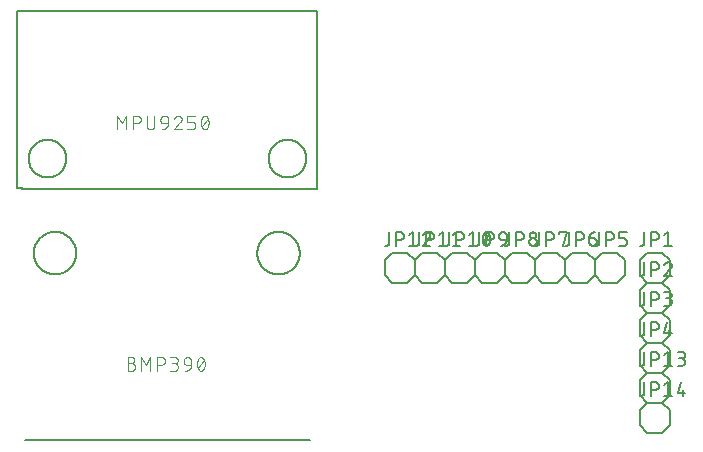
<source format=gbr>
G04 EAGLE Gerber RS-274X export*
G75*
%MOMM*%
%FSLAX34Y34*%
%LPD*%
%INSilkscreen Top*%
%IPPOS*%
%AMOC8*
5,1,8,0,0,1.08239X$1,22.5*%
G01*
%ADD10C,0.101600*%
%ADD11C,0.127000*%
%ADD12C,0.152400*%


D10*
X99568Y71769D02*
X102814Y71769D01*
X102814Y71770D02*
X102927Y71768D01*
X103040Y71762D01*
X103153Y71752D01*
X103266Y71738D01*
X103378Y71721D01*
X103489Y71699D01*
X103599Y71674D01*
X103709Y71644D01*
X103817Y71611D01*
X103924Y71574D01*
X104030Y71534D01*
X104134Y71489D01*
X104237Y71441D01*
X104338Y71390D01*
X104437Y71335D01*
X104534Y71277D01*
X104629Y71215D01*
X104722Y71150D01*
X104812Y71082D01*
X104900Y71011D01*
X104986Y70936D01*
X105069Y70859D01*
X105149Y70779D01*
X105226Y70696D01*
X105301Y70610D01*
X105372Y70522D01*
X105440Y70432D01*
X105505Y70339D01*
X105567Y70244D01*
X105625Y70147D01*
X105680Y70048D01*
X105731Y69947D01*
X105779Y69844D01*
X105824Y69740D01*
X105864Y69634D01*
X105901Y69527D01*
X105934Y69419D01*
X105964Y69309D01*
X105989Y69199D01*
X106011Y69088D01*
X106028Y68976D01*
X106042Y68863D01*
X106052Y68750D01*
X106058Y68637D01*
X106060Y68524D01*
X106058Y68411D01*
X106052Y68298D01*
X106042Y68185D01*
X106028Y68072D01*
X106011Y67960D01*
X105989Y67849D01*
X105964Y67739D01*
X105934Y67629D01*
X105901Y67521D01*
X105864Y67414D01*
X105824Y67308D01*
X105779Y67204D01*
X105731Y67101D01*
X105680Y67000D01*
X105625Y66901D01*
X105567Y66804D01*
X105505Y66709D01*
X105440Y66616D01*
X105372Y66526D01*
X105301Y66438D01*
X105226Y66352D01*
X105149Y66269D01*
X105069Y66189D01*
X104986Y66112D01*
X104900Y66037D01*
X104812Y65966D01*
X104722Y65898D01*
X104629Y65833D01*
X104534Y65771D01*
X104437Y65713D01*
X104338Y65658D01*
X104237Y65607D01*
X104134Y65559D01*
X104030Y65514D01*
X103924Y65474D01*
X103817Y65437D01*
X103709Y65404D01*
X103599Y65374D01*
X103489Y65349D01*
X103378Y65327D01*
X103266Y65310D01*
X103153Y65296D01*
X103040Y65286D01*
X102927Y65280D01*
X102814Y65278D01*
X99568Y65278D01*
X99568Y76962D01*
X102814Y76962D01*
X102915Y76960D01*
X103015Y76954D01*
X103115Y76944D01*
X103215Y76931D01*
X103314Y76913D01*
X103413Y76892D01*
X103510Y76867D01*
X103607Y76838D01*
X103702Y76805D01*
X103796Y76769D01*
X103888Y76729D01*
X103979Y76686D01*
X104068Y76639D01*
X104155Y76589D01*
X104241Y76535D01*
X104324Y76478D01*
X104404Y76418D01*
X104483Y76355D01*
X104559Y76288D01*
X104632Y76219D01*
X104702Y76147D01*
X104770Y76073D01*
X104835Y75996D01*
X104896Y75916D01*
X104955Y75834D01*
X105010Y75750D01*
X105062Y75664D01*
X105111Y75576D01*
X105156Y75486D01*
X105198Y75394D01*
X105236Y75301D01*
X105270Y75206D01*
X105301Y75111D01*
X105328Y75014D01*
X105351Y74916D01*
X105371Y74817D01*
X105386Y74717D01*
X105398Y74617D01*
X105406Y74517D01*
X105410Y74416D01*
X105410Y74316D01*
X105406Y74215D01*
X105398Y74115D01*
X105386Y74015D01*
X105371Y73915D01*
X105351Y73816D01*
X105328Y73718D01*
X105301Y73621D01*
X105270Y73526D01*
X105236Y73431D01*
X105198Y73338D01*
X105156Y73246D01*
X105111Y73156D01*
X105062Y73068D01*
X105010Y72982D01*
X104955Y72898D01*
X104896Y72816D01*
X104835Y72736D01*
X104770Y72659D01*
X104702Y72585D01*
X104632Y72513D01*
X104559Y72444D01*
X104483Y72377D01*
X104404Y72314D01*
X104324Y72254D01*
X104241Y72197D01*
X104155Y72143D01*
X104068Y72093D01*
X103979Y72046D01*
X103888Y72003D01*
X103796Y71963D01*
X103702Y71927D01*
X103607Y71894D01*
X103510Y71865D01*
X103413Y71840D01*
X103314Y71819D01*
X103215Y71801D01*
X103115Y71788D01*
X103015Y71778D01*
X102915Y71772D01*
X102814Y71770D01*
X110942Y76962D02*
X110942Y65278D01*
X114836Y70471D02*
X110942Y76962D01*
X114836Y70471D02*
X118731Y76962D01*
X118731Y65278D01*
X124714Y65278D02*
X124714Y76962D01*
X127960Y76962D01*
X128073Y76960D01*
X128186Y76954D01*
X128299Y76944D01*
X128412Y76930D01*
X128524Y76913D01*
X128635Y76891D01*
X128745Y76866D01*
X128855Y76836D01*
X128963Y76803D01*
X129070Y76766D01*
X129176Y76726D01*
X129280Y76681D01*
X129383Y76633D01*
X129484Y76582D01*
X129583Y76527D01*
X129680Y76469D01*
X129775Y76407D01*
X129868Y76342D01*
X129958Y76274D01*
X130046Y76203D01*
X130132Y76128D01*
X130215Y76051D01*
X130295Y75971D01*
X130372Y75888D01*
X130447Y75802D01*
X130518Y75714D01*
X130586Y75624D01*
X130651Y75531D01*
X130713Y75436D01*
X130771Y75339D01*
X130826Y75240D01*
X130877Y75139D01*
X130925Y75036D01*
X130970Y74932D01*
X131010Y74826D01*
X131047Y74719D01*
X131080Y74611D01*
X131110Y74501D01*
X131135Y74391D01*
X131157Y74280D01*
X131174Y74168D01*
X131188Y74055D01*
X131198Y73942D01*
X131204Y73829D01*
X131206Y73716D01*
X131204Y73603D01*
X131198Y73490D01*
X131188Y73377D01*
X131174Y73264D01*
X131157Y73152D01*
X131135Y73041D01*
X131110Y72931D01*
X131080Y72821D01*
X131047Y72713D01*
X131010Y72606D01*
X130970Y72500D01*
X130925Y72396D01*
X130877Y72293D01*
X130826Y72192D01*
X130771Y72093D01*
X130713Y71996D01*
X130651Y71901D01*
X130586Y71808D01*
X130518Y71718D01*
X130447Y71630D01*
X130372Y71544D01*
X130295Y71461D01*
X130215Y71381D01*
X130132Y71304D01*
X130046Y71229D01*
X129958Y71158D01*
X129868Y71090D01*
X129775Y71025D01*
X129680Y70963D01*
X129583Y70905D01*
X129484Y70850D01*
X129383Y70799D01*
X129280Y70751D01*
X129176Y70706D01*
X129070Y70666D01*
X128963Y70629D01*
X128855Y70596D01*
X128745Y70566D01*
X128635Y70541D01*
X128524Y70519D01*
X128412Y70502D01*
X128299Y70488D01*
X128186Y70478D01*
X128073Y70472D01*
X127960Y70470D01*
X127960Y70471D02*
X124714Y70471D01*
X135594Y65278D02*
X138839Y65278D01*
X138952Y65280D01*
X139065Y65286D01*
X139178Y65296D01*
X139291Y65310D01*
X139403Y65327D01*
X139514Y65349D01*
X139624Y65374D01*
X139734Y65404D01*
X139842Y65437D01*
X139949Y65474D01*
X140055Y65514D01*
X140159Y65559D01*
X140262Y65607D01*
X140363Y65658D01*
X140462Y65713D01*
X140559Y65771D01*
X140654Y65833D01*
X140747Y65898D01*
X140837Y65966D01*
X140925Y66037D01*
X141011Y66112D01*
X141094Y66189D01*
X141174Y66269D01*
X141251Y66352D01*
X141326Y66438D01*
X141397Y66526D01*
X141465Y66616D01*
X141530Y66709D01*
X141592Y66804D01*
X141650Y66901D01*
X141705Y67000D01*
X141756Y67101D01*
X141804Y67204D01*
X141849Y67308D01*
X141889Y67414D01*
X141926Y67521D01*
X141959Y67629D01*
X141989Y67739D01*
X142014Y67849D01*
X142036Y67960D01*
X142053Y68072D01*
X142067Y68185D01*
X142077Y68298D01*
X142083Y68411D01*
X142085Y68524D01*
X142083Y68637D01*
X142077Y68750D01*
X142067Y68863D01*
X142053Y68976D01*
X142036Y69088D01*
X142014Y69199D01*
X141989Y69309D01*
X141959Y69419D01*
X141926Y69527D01*
X141889Y69634D01*
X141849Y69740D01*
X141804Y69844D01*
X141756Y69947D01*
X141705Y70048D01*
X141650Y70147D01*
X141592Y70244D01*
X141530Y70339D01*
X141465Y70432D01*
X141397Y70522D01*
X141326Y70610D01*
X141251Y70696D01*
X141174Y70779D01*
X141094Y70859D01*
X141011Y70936D01*
X140925Y71011D01*
X140837Y71082D01*
X140747Y71150D01*
X140654Y71215D01*
X140559Y71277D01*
X140462Y71335D01*
X140363Y71390D01*
X140262Y71441D01*
X140159Y71489D01*
X140055Y71534D01*
X139949Y71574D01*
X139842Y71611D01*
X139734Y71644D01*
X139624Y71674D01*
X139514Y71699D01*
X139403Y71721D01*
X139291Y71738D01*
X139178Y71752D01*
X139065Y71762D01*
X138952Y71768D01*
X138839Y71770D01*
X139488Y76962D02*
X135594Y76962D01*
X139488Y76962D02*
X139589Y76960D01*
X139689Y76954D01*
X139789Y76944D01*
X139889Y76931D01*
X139988Y76913D01*
X140087Y76892D01*
X140184Y76867D01*
X140281Y76838D01*
X140376Y76805D01*
X140470Y76769D01*
X140562Y76729D01*
X140653Y76686D01*
X140742Y76639D01*
X140829Y76589D01*
X140915Y76535D01*
X140998Y76478D01*
X141078Y76418D01*
X141157Y76355D01*
X141233Y76288D01*
X141306Y76219D01*
X141376Y76147D01*
X141444Y76073D01*
X141509Y75996D01*
X141570Y75916D01*
X141629Y75834D01*
X141684Y75750D01*
X141736Y75664D01*
X141785Y75576D01*
X141830Y75486D01*
X141872Y75394D01*
X141910Y75301D01*
X141944Y75206D01*
X141975Y75111D01*
X142002Y75014D01*
X142025Y74916D01*
X142045Y74817D01*
X142060Y74717D01*
X142072Y74617D01*
X142080Y74517D01*
X142084Y74416D01*
X142084Y74316D01*
X142080Y74215D01*
X142072Y74115D01*
X142060Y74015D01*
X142045Y73915D01*
X142025Y73816D01*
X142002Y73718D01*
X141975Y73621D01*
X141944Y73526D01*
X141910Y73431D01*
X141872Y73338D01*
X141830Y73246D01*
X141785Y73156D01*
X141736Y73068D01*
X141684Y72982D01*
X141629Y72898D01*
X141570Y72816D01*
X141509Y72736D01*
X141444Y72659D01*
X141376Y72585D01*
X141306Y72513D01*
X141233Y72444D01*
X141157Y72377D01*
X141078Y72314D01*
X140998Y72254D01*
X140915Y72197D01*
X140829Y72143D01*
X140742Y72093D01*
X140653Y72046D01*
X140562Y72003D01*
X140470Y71963D01*
X140376Y71927D01*
X140281Y71894D01*
X140184Y71865D01*
X140087Y71840D01*
X139988Y71819D01*
X139889Y71801D01*
X139789Y71788D01*
X139689Y71778D01*
X139589Y71772D01*
X139488Y71770D01*
X139488Y71769D02*
X136892Y71769D01*
X149620Y70471D02*
X153515Y70471D01*
X149620Y70471D02*
X149521Y70473D01*
X149421Y70479D01*
X149322Y70488D01*
X149224Y70501D01*
X149126Y70518D01*
X149028Y70539D01*
X148932Y70564D01*
X148837Y70592D01*
X148743Y70624D01*
X148650Y70659D01*
X148558Y70698D01*
X148468Y70741D01*
X148380Y70786D01*
X148293Y70836D01*
X148209Y70888D01*
X148126Y70944D01*
X148046Y71002D01*
X147968Y71064D01*
X147893Y71129D01*
X147820Y71197D01*
X147750Y71267D01*
X147682Y71340D01*
X147617Y71415D01*
X147555Y71493D01*
X147497Y71573D01*
X147441Y71656D01*
X147389Y71740D01*
X147339Y71827D01*
X147294Y71915D01*
X147251Y72005D01*
X147212Y72097D01*
X147177Y72190D01*
X147145Y72284D01*
X147117Y72379D01*
X147092Y72475D01*
X147071Y72573D01*
X147054Y72671D01*
X147041Y72769D01*
X147032Y72868D01*
X147026Y72968D01*
X147024Y73067D01*
X147024Y73716D01*
X147023Y73716D02*
X147025Y73829D01*
X147031Y73942D01*
X147041Y74055D01*
X147055Y74168D01*
X147072Y74280D01*
X147094Y74391D01*
X147119Y74501D01*
X147149Y74611D01*
X147182Y74719D01*
X147219Y74826D01*
X147259Y74932D01*
X147304Y75036D01*
X147352Y75139D01*
X147403Y75240D01*
X147458Y75339D01*
X147516Y75436D01*
X147578Y75531D01*
X147643Y75624D01*
X147711Y75714D01*
X147782Y75802D01*
X147857Y75888D01*
X147934Y75971D01*
X148014Y76051D01*
X148097Y76128D01*
X148183Y76203D01*
X148271Y76274D01*
X148361Y76342D01*
X148454Y76407D01*
X148549Y76469D01*
X148646Y76527D01*
X148745Y76582D01*
X148846Y76633D01*
X148949Y76681D01*
X149053Y76726D01*
X149159Y76766D01*
X149266Y76803D01*
X149374Y76836D01*
X149484Y76866D01*
X149594Y76891D01*
X149705Y76913D01*
X149817Y76930D01*
X149930Y76944D01*
X150043Y76954D01*
X150156Y76960D01*
X150269Y76962D01*
X150382Y76960D01*
X150495Y76954D01*
X150608Y76944D01*
X150721Y76930D01*
X150833Y76913D01*
X150944Y76891D01*
X151054Y76866D01*
X151164Y76836D01*
X151272Y76803D01*
X151379Y76766D01*
X151485Y76726D01*
X151589Y76681D01*
X151692Y76633D01*
X151793Y76582D01*
X151892Y76527D01*
X151989Y76469D01*
X152084Y76407D01*
X152177Y76342D01*
X152267Y76274D01*
X152355Y76203D01*
X152441Y76128D01*
X152524Y76051D01*
X152604Y75971D01*
X152681Y75888D01*
X152756Y75802D01*
X152827Y75714D01*
X152895Y75624D01*
X152960Y75531D01*
X153022Y75436D01*
X153080Y75339D01*
X153135Y75240D01*
X153186Y75139D01*
X153234Y75036D01*
X153279Y74932D01*
X153319Y74826D01*
X153356Y74719D01*
X153389Y74611D01*
X153419Y74501D01*
X153444Y74391D01*
X153466Y74280D01*
X153483Y74168D01*
X153497Y74055D01*
X153507Y73942D01*
X153513Y73829D01*
X153515Y73716D01*
X153515Y70471D01*
X153513Y70328D01*
X153507Y70185D01*
X153497Y70042D01*
X153483Y69900D01*
X153466Y69758D01*
X153444Y69616D01*
X153419Y69475D01*
X153389Y69335D01*
X153356Y69196D01*
X153319Y69058D01*
X153278Y68921D01*
X153234Y68785D01*
X153185Y68650D01*
X153133Y68517D01*
X153078Y68385D01*
X153018Y68255D01*
X152955Y68126D01*
X152889Y67999D01*
X152819Y67874D01*
X152746Y67752D01*
X152669Y67631D01*
X152589Y67512D01*
X152506Y67396D01*
X152420Y67281D01*
X152331Y67170D01*
X152238Y67060D01*
X152143Y66954D01*
X152044Y66850D01*
X151943Y66749D01*
X151839Y66650D01*
X151733Y66555D01*
X151623Y66462D01*
X151512Y66373D01*
X151397Y66287D01*
X151281Y66204D01*
X151162Y66124D01*
X151041Y66047D01*
X150918Y65974D01*
X150794Y65904D01*
X150667Y65838D01*
X150538Y65775D01*
X150408Y65715D01*
X150276Y65660D01*
X150143Y65608D01*
X150008Y65559D01*
X149872Y65515D01*
X149735Y65474D01*
X149597Y65437D01*
X149458Y65404D01*
X149318Y65374D01*
X149177Y65349D01*
X149035Y65327D01*
X148893Y65310D01*
X148751Y65296D01*
X148608Y65286D01*
X148465Y65280D01*
X148322Y65278D01*
X158454Y71120D02*
X158457Y71350D01*
X158465Y71580D01*
X158479Y71809D01*
X158498Y72038D01*
X158523Y72267D01*
X158553Y72494D01*
X158588Y72722D01*
X158629Y72948D01*
X158675Y73173D01*
X158727Y73397D01*
X158784Y73619D01*
X158846Y73841D01*
X158914Y74060D01*
X158987Y74278D01*
X159065Y74495D01*
X159148Y74709D01*
X159236Y74921D01*
X159329Y75131D01*
X159428Y75339D01*
X159427Y75339D02*
X159460Y75429D01*
X159496Y75518D01*
X159536Y75606D01*
X159580Y75691D01*
X159627Y75775D01*
X159677Y75857D01*
X159731Y75937D01*
X159787Y76014D01*
X159847Y76090D01*
X159910Y76163D01*
X159975Y76233D01*
X160044Y76301D01*
X160115Y76365D01*
X160188Y76427D01*
X160264Y76486D01*
X160342Y76542D01*
X160423Y76595D01*
X160505Y76644D01*
X160589Y76690D01*
X160676Y76733D01*
X160763Y76772D01*
X160853Y76808D01*
X160943Y76840D01*
X161035Y76868D01*
X161128Y76893D01*
X161222Y76914D01*
X161316Y76931D01*
X161411Y76945D01*
X161507Y76954D01*
X161603Y76960D01*
X161699Y76962D01*
X161795Y76960D01*
X161891Y76954D01*
X161987Y76945D01*
X162082Y76931D01*
X162176Y76914D01*
X162270Y76893D01*
X162363Y76868D01*
X162455Y76840D01*
X162545Y76808D01*
X162635Y76772D01*
X162722Y76733D01*
X162809Y76690D01*
X162893Y76644D01*
X162975Y76595D01*
X163056Y76542D01*
X163134Y76486D01*
X163210Y76427D01*
X163283Y76365D01*
X163354Y76301D01*
X163423Y76233D01*
X163488Y76163D01*
X163551Y76090D01*
X163611Y76014D01*
X163667Y75937D01*
X163721Y75857D01*
X163771Y75775D01*
X163818Y75691D01*
X163862Y75606D01*
X163902Y75518D01*
X163938Y75429D01*
X163971Y75339D01*
X164070Y75132D01*
X164163Y74922D01*
X164251Y74709D01*
X164334Y74495D01*
X164412Y74279D01*
X164485Y74061D01*
X164553Y73841D01*
X164615Y73620D01*
X164672Y73397D01*
X164724Y73173D01*
X164770Y72948D01*
X164811Y72722D01*
X164846Y72495D01*
X164876Y72267D01*
X164901Y72038D01*
X164920Y71809D01*
X164934Y71580D01*
X164942Y71350D01*
X164945Y71120D01*
X158453Y71120D02*
X158456Y70890D01*
X158464Y70660D01*
X158478Y70431D01*
X158497Y70202D01*
X158522Y69973D01*
X158552Y69745D01*
X158587Y69518D01*
X158628Y69292D01*
X158674Y69067D01*
X158726Y68843D01*
X158783Y68620D01*
X158845Y68399D01*
X158913Y68179D01*
X158986Y67961D01*
X159064Y67745D01*
X159147Y67531D01*
X159235Y67319D01*
X159328Y67108D01*
X159427Y66901D01*
X159460Y66811D01*
X159496Y66722D01*
X159537Y66634D01*
X159580Y66549D01*
X159627Y66465D01*
X159677Y66383D01*
X159731Y66303D01*
X159787Y66226D01*
X159847Y66150D01*
X159910Y66077D01*
X159975Y66007D01*
X160044Y65939D01*
X160115Y65875D01*
X160188Y65813D01*
X160264Y65754D01*
X160342Y65698D01*
X160423Y65645D01*
X160505Y65596D01*
X160589Y65550D01*
X160676Y65507D01*
X160763Y65468D01*
X160853Y65432D01*
X160943Y65400D01*
X161035Y65372D01*
X161128Y65347D01*
X161222Y65326D01*
X161316Y65309D01*
X161411Y65295D01*
X161507Y65286D01*
X161603Y65280D01*
X161699Y65278D01*
X163971Y66901D02*
X164070Y67108D01*
X164163Y67319D01*
X164251Y67531D01*
X164334Y67745D01*
X164412Y67961D01*
X164485Y68179D01*
X164553Y68399D01*
X164615Y68620D01*
X164672Y68843D01*
X164724Y69067D01*
X164770Y69292D01*
X164811Y69518D01*
X164846Y69745D01*
X164876Y69973D01*
X164901Y70202D01*
X164920Y70431D01*
X164934Y70660D01*
X164942Y70890D01*
X164945Y71120D01*
X163971Y66901D02*
X163938Y66811D01*
X163902Y66722D01*
X163862Y66634D01*
X163818Y66549D01*
X163771Y66465D01*
X163721Y66383D01*
X163667Y66303D01*
X163611Y66226D01*
X163551Y66150D01*
X163488Y66077D01*
X163423Y66007D01*
X163354Y65939D01*
X163283Y65875D01*
X163210Y65813D01*
X163134Y65754D01*
X163056Y65698D01*
X162975Y65645D01*
X162893Y65596D01*
X162809Y65550D01*
X162722Y65507D01*
X162635Y65468D01*
X162545Y65432D01*
X162455Y65400D01*
X162363Y65372D01*
X162270Y65347D01*
X162176Y65326D01*
X162082Y65309D01*
X161987Y65295D01*
X161891Y65286D01*
X161795Y65280D01*
X161699Y65278D01*
X159103Y67874D02*
X164296Y74366D01*
D11*
X254000Y6350D02*
X12700Y6350D01*
X20139Y165100D02*
X20144Y165541D01*
X20161Y165981D01*
X20188Y166421D01*
X20225Y166860D01*
X20274Y167299D01*
X20333Y167735D01*
X20403Y168171D01*
X20484Y168604D01*
X20575Y169035D01*
X20677Y169464D01*
X20790Y169890D01*
X20912Y170314D01*
X21046Y170734D01*
X21189Y171151D01*
X21343Y171564D01*
X21506Y171973D01*
X21680Y172379D01*
X21863Y172779D01*
X22057Y173175D01*
X22260Y173567D01*
X22472Y173953D01*
X22694Y174334D01*
X22926Y174709D01*
X23166Y175079D01*
X23415Y175442D01*
X23674Y175799D01*
X23941Y176150D01*
X24216Y176494D01*
X24500Y176832D01*
X24792Y177162D01*
X25092Y177485D01*
X25400Y177800D01*
X25715Y178108D01*
X26038Y178408D01*
X26368Y178700D01*
X26706Y178984D01*
X27050Y179259D01*
X27401Y179526D01*
X27758Y179785D01*
X28121Y180034D01*
X28491Y180274D01*
X28866Y180506D01*
X29247Y180728D01*
X29633Y180940D01*
X30025Y181143D01*
X30421Y181337D01*
X30821Y181520D01*
X31227Y181694D01*
X31636Y181857D01*
X32049Y182011D01*
X32466Y182154D01*
X32886Y182288D01*
X33310Y182410D01*
X33736Y182523D01*
X34165Y182625D01*
X34596Y182716D01*
X35029Y182797D01*
X35465Y182867D01*
X35901Y182926D01*
X36340Y182975D01*
X36779Y183012D01*
X37219Y183039D01*
X37659Y183056D01*
X38100Y183061D01*
X38541Y183056D01*
X38981Y183039D01*
X39421Y183012D01*
X39860Y182975D01*
X40299Y182926D01*
X40735Y182867D01*
X41171Y182797D01*
X41604Y182716D01*
X42035Y182625D01*
X42464Y182523D01*
X42890Y182410D01*
X43314Y182288D01*
X43734Y182154D01*
X44151Y182011D01*
X44564Y181857D01*
X44973Y181694D01*
X45379Y181520D01*
X45779Y181337D01*
X46175Y181143D01*
X46567Y180940D01*
X46953Y180728D01*
X47334Y180506D01*
X47709Y180274D01*
X48079Y180034D01*
X48442Y179785D01*
X48799Y179526D01*
X49150Y179259D01*
X49494Y178984D01*
X49832Y178700D01*
X50162Y178408D01*
X50485Y178108D01*
X50800Y177800D01*
X51108Y177485D01*
X51408Y177162D01*
X51700Y176832D01*
X51984Y176494D01*
X52259Y176150D01*
X52526Y175799D01*
X52785Y175442D01*
X53034Y175079D01*
X53274Y174709D01*
X53506Y174334D01*
X53728Y173953D01*
X53940Y173567D01*
X54143Y173175D01*
X54337Y172779D01*
X54520Y172379D01*
X54694Y171973D01*
X54857Y171564D01*
X55011Y171151D01*
X55154Y170734D01*
X55288Y170314D01*
X55410Y169890D01*
X55523Y169464D01*
X55625Y169035D01*
X55716Y168604D01*
X55797Y168171D01*
X55867Y167735D01*
X55926Y167299D01*
X55975Y166860D01*
X56012Y166421D01*
X56039Y165981D01*
X56056Y165541D01*
X56061Y165100D01*
X56056Y164659D01*
X56039Y164219D01*
X56012Y163779D01*
X55975Y163340D01*
X55926Y162901D01*
X55867Y162465D01*
X55797Y162029D01*
X55716Y161596D01*
X55625Y161165D01*
X55523Y160736D01*
X55410Y160310D01*
X55288Y159886D01*
X55154Y159466D01*
X55011Y159049D01*
X54857Y158636D01*
X54694Y158227D01*
X54520Y157821D01*
X54337Y157421D01*
X54143Y157025D01*
X53940Y156633D01*
X53728Y156247D01*
X53506Y155866D01*
X53274Y155491D01*
X53034Y155121D01*
X52785Y154758D01*
X52526Y154401D01*
X52259Y154050D01*
X51984Y153706D01*
X51700Y153368D01*
X51408Y153038D01*
X51108Y152715D01*
X50800Y152400D01*
X50485Y152092D01*
X50162Y151792D01*
X49832Y151500D01*
X49494Y151216D01*
X49150Y150941D01*
X48799Y150674D01*
X48442Y150415D01*
X48079Y150166D01*
X47709Y149926D01*
X47334Y149694D01*
X46953Y149472D01*
X46567Y149260D01*
X46175Y149057D01*
X45779Y148863D01*
X45379Y148680D01*
X44973Y148506D01*
X44564Y148343D01*
X44151Y148189D01*
X43734Y148046D01*
X43314Y147912D01*
X42890Y147790D01*
X42464Y147677D01*
X42035Y147575D01*
X41604Y147484D01*
X41171Y147403D01*
X40735Y147333D01*
X40299Y147274D01*
X39860Y147225D01*
X39421Y147188D01*
X38981Y147161D01*
X38541Y147144D01*
X38100Y147139D01*
X37659Y147144D01*
X37219Y147161D01*
X36779Y147188D01*
X36340Y147225D01*
X35901Y147274D01*
X35465Y147333D01*
X35029Y147403D01*
X34596Y147484D01*
X34165Y147575D01*
X33736Y147677D01*
X33310Y147790D01*
X32886Y147912D01*
X32466Y148046D01*
X32049Y148189D01*
X31636Y148343D01*
X31227Y148506D01*
X30821Y148680D01*
X30421Y148863D01*
X30025Y149057D01*
X29633Y149260D01*
X29247Y149472D01*
X28866Y149694D01*
X28491Y149926D01*
X28121Y150166D01*
X27758Y150415D01*
X27401Y150674D01*
X27050Y150941D01*
X26706Y151216D01*
X26368Y151500D01*
X26038Y151792D01*
X25715Y152092D01*
X25400Y152400D01*
X25092Y152715D01*
X24792Y153038D01*
X24500Y153368D01*
X24216Y153706D01*
X23941Y154050D01*
X23674Y154401D01*
X23415Y154758D01*
X23166Y155121D01*
X22926Y155491D01*
X22694Y155866D01*
X22472Y156247D01*
X22260Y156633D01*
X22057Y157025D01*
X21863Y157421D01*
X21680Y157821D01*
X21506Y158227D01*
X21343Y158636D01*
X21189Y159049D01*
X21046Y159466D01*
X20912Y159886D01*
X20790Y160310D01*
X20677Y160736D01*
X20575Y161165D01*
X20484Y161596D01*
X20403Y162029D01*
X20333Y162465D01*
X20274Y162901D01*
X20225Y163340D01*
X20188Y163779D01*
X20161Y164219D01*
X20144Y164659D01*
X20139Y165100D01*
X209369Y165100D02*
X209374Y165541D01*
X209391Y165981D01*
X209418Y166421D01*
X209455Y166860D01*
X209504Y167299D01*
X209563Y167735D01*
X209633Y168171D01*
X209714Y168604D01*
X209805Y169035D01*
X209907Y169464D01*
X210020Y169890D01*
X210142Y170314D01*
X210276Y170734D01*
X210419Y171151D01*
X210573Y171564D01*
X210736Y171973D01*
X210910Y172379D01*
X211093Y172779D01*
X211287Y173175D01*
X211490Y173567D01*
X211702Y173953D01*
X211924Y174334D01*
X212156Y174709D01*
X212396Y175079D01*
X212645Y175442D01*
X212904Y175799D01*
X213171Y176150D01*
X213446Y176494D01*
X213730Y176832D01*
X214022Y177162D01*
X214322Y177485D01*
X214630Y177800D01*
X214945Y178108D01*
X215268Y178408D01*
X215598Y178700D01*
X215936Y178984D01*
X216280Y179259D01*
X216631Y179526D01*
X216988Y179785D01*
X217351Y180034D01*
X217721Y180274D01*
X218096Y180506D01*
X218477Y180728D01*
X218863Y180940D01*
X219255Y181143D01*
X219651Y181337D01*
X220051Y181520D01*
X220457Y181694D01*
X220866Y181857D01*
X221279Y182011D01*
X221696Y182154D01*
X222116Y182288D01*
X222540Y182410D01*
X222966Y182523D01*
X223395Y182625D01*
X223826Y182716D01*
X224259Y182797D01*
X224695Y182867D01*
X225131Y182926D01*
X225570Y182975D01*
X226009Y183012D01*
X226449Y183039D01*
X226889Y183056D01*
X227330Y183061D01*
X227771Y183056D01*
X228211Y183039D01*
X228651Y183012D01*
X229090Y182975D01*
X229529Y182926D01*
X229965Y182867D01*
X230401Y182797D01*
X230834Y182716D01*
X231265Y182625D01*
X231694Y182523D01*
X232120Y182410D01*
X232544Y182288D01*
X232964Y182154D01*
X233381Y182011D01*
X233794Y181857D01*
X234203Y181694D01*
X234609Y181520D01*
X235009Y181337D01*
X235405Y181143D01*
X235797Y180940D01*
X236183Y180728D01*
X236564Y180506D01*
X236939Y180274D01*
X237309Y180034D01*
X237672Y179785D01*
X238029Y179526D01*
X238380Y179259D01*
X238724Y178984D01*
X239062Y178700D01*
X239392Y178408D01*
X239715Y178108D01*
X240030Y177800D01*
X240338Y177485D01*
X240638Y177162D01*
X240930Y176832D01*
X241214Y176494D01*
X241489Y176150D01*
X241756Y175799D01*
X242015Y175442D01*
X242264Y175079D01*
X242504Y174709D01*
X242736Y174334D01*
X242958Y173953D01*
X243170Y173567D01*
X243373Y173175D01*
X243567Y172779D01*
X243750Y172379D01*
X243924Y171973D01*
X244087Y171564D01*
X244241Y171151D01*
X244384Y170734D01*
X244518Y170314D01*
X244640Y169890D01*
X244753Y169464D01*
X244855Y169035D01*
X244946Y168604D01*
X245027Y168171D01*
X245097Y167735D01*
X245156Y167299D01*
X245205Y166860D01*
X245242Y166421D01*
X245269Y165981D01*
X245286Y165541D01*
X245291Y165100D01*
X245286Y164659D01*
X245269Y164219D01*
X245242Y163779D01*
X245205Y163340D01*
X245156Y162901D01*
X245097Y162465D01*
X245027Y162029D01*
X244946Y161596D01*
X244855Y161165D01*
X244753Y160736D01*
X244640Y160310D01*
X244518Y159886D01*
X244384Y159466D01*
X244241Y159049D01*
X244087Y158636D01*
X243924Y158227D01*
X243750Y157821D01*
X243567Y157421D01*
X243373Y157025D01*
X243170Y156633D01*
X242958Y156247D01*
X242736Y155866D01*
X242504Y155491D01*
X242264Y155121D01*
X242015Y154758D01*
X241756Y154401D01*
X241489Y154050D01*
X241214Y153706D01*
X240930Y153368D01*
X240638Y153038D01*
X240338Y152715D01*
X240030Y152400D01*
X239715Y152092D01*
X239392Y151792D01*
X239062Y151500D01*
X238724Y151216D01*
X238380Y150941D01*
X238029Y150674D01*
X237672Y150415D01*
X237309Y150166D01*
X236939Y149926D01*
X236564Y149694D01*
X236183Y149472D01*
X235797Y149260D01*
X235405Y149057D01*
X235009Y148863D01*
X234609Y148680D01*
X234203Y148506D01*
X233794Y148343D01*
X233381Y148189D01*
X232964Y148046D01*
X232544Y147912D01*
X232120Y147790D01*
X231694Y147677D01*
X231265Y147575D01*
X230834Y147484D01*
X230401Y147403D01*
X229965Y147333D01*
X229529Y147274D01*
X229090Y147225D01*
X228651Y147188D01*
X228211Y147161D01*
X227771Y147144D01*
X227330Y147139D01*
X226889Y147144D01*
X226449Y147161D01*
X226009Y147188D01*
X225570Y147225D01*
X225131Y147274D01*
X224695Y147333D01*
X224259Y147403D01*
X223826Y147484D01*
X223395Y147575D01*
X222966Y147677D01*
X222540Y147790D01*
X222116Y147912D01*
X221696Y148046D01*
X221279Y148189D01*
X220866Y148343D01*
X220457Y148506D01*
X220051Y148680D01*
X219651Y148863D01*
X219255Y149057D01*
X218863Y149260D01*
X218477Y149472D01*
X218096Y149694D01*
X217721Y149926D01*
X217351Y150166D01*
X216988Y150415D01*
X216631Y150674D01*
X216280Y150941D01*
X215936Y151216D01*
X215598Y151500D01*
X215268Y151792D01*
X214945Y152092D01*
X214630Y152400D01*
X214322Y152715D01*
X214022Y153038D01*
X213730Y153368D01*
X213446Y153706D01*
X213171Y154050D01*
X212904Y154401D01*
X212645Y154758D01*
X212396Y155121D01*
X212156Y155491D01*
X211924Y155866D01*
X211702Y156247D01*
X211490Y156633D01*
X211287Y157025D01*
X211093Y157421D01*
X210910Y157821D01*
X210736Y158227D01*
X210573Y158636D01*
X210419Y159049D01*
X210276Y159466D01*
X210142Y159886D01*
X210020Y160310D01*
X209907Y160736D01*
X209805Y161165D01*
X209714Y161596D01*
X209633Y162029D01*
X209563Y162465D01*
X209504Y162901D01*
X209455Y163340D01*
X209418Y163779D01*
X209391Y164219D01*
X209374Y164659D01*
X209369Y165100D01*
X260350Y369570D02*
X10350Y369570D01*
X10350Y219570D02*
X260350Y219570D01*
X260350Y369570D01*
X10160Y369570D02*
X6350Y369570D01*
X6350Y219710D01*
X11430Y219710D01*
X219037Y245110D02*
X219042Y245501D01*
X219056Y245891D01*
X219080Y246281D01*
X219114Y246670D01*
X219157Y247058D01*
X219209Y247445D01*
X219271Y247831D01*
X219343Y248214D01*
X219424Y248597D01*
X219514Y248977D01*
X219613Y249354D01*
X219722Y249729D01*
X219840Y250102D01*
X219967Y250471D01*
X220103Y250837D01*
X220248Y251200D01*
X220402Y251559D01*
X220565Y251914D01*
X220736Y252265D01*
X220916Y252611D01*
X221104Y252953D01*
X221301Y253291D01*
X221506Y253623D01*
X221719Y253951D01*
X221940Y254273D01*
X222169Y254589D01*
X222405Y254900D01*
X222649Y255205D01*
X222901Y255504D01*
X223159Y255797D01*
X223425Y256083D01*
X223698Y256362D01*
X223977Y256635D01*
X224263Y256901D01*
X224556Y257159D01*
X224855Y257411D01*
X225160Y257655D01*
X225471Y257891D01*
X225787Y258120D01*
X226109Y258341D01*
X226437Y258554D01*
X226769Y258759D01*
X227107Y258956D01*
X227449Y259144D01*
X227795Y259324D01*
X228146Y259495D01*
X228501Y259658D01*
X228860Y259812D01*
X229223Y259957D01*
X229589Y260093D01*
X229958Y260220D01*
X230331Y260338D01*
X230706Y260447D01*
X231083Y260546D01*
X231463Y260636D01*
X231846Y260717D01*
X232229Y260789D01*
X232615Y260851D01*
X233002Y260903D01*
X233390Y260946D01*
X233779Y260980D01*
X234169Y261004D01*
X234559Y261018D01*
X234950Y261023D01*
X235341Y261018D01*
X235731Y261004D01*
X236121Y260980D01*
X236510Y260946D01*
X236898Y260903D01*
X237285Y260851D01*
X237671Y260789D01*
X238054Y260717D01*
X238437Y260636D01*
X238817Y260546D01*
X239194Y260447D01*
X239569Y260338D01*
X239942Y260220D01*
X240311Y260093D01*
X240677Y259957D01*
X241040Y259812D01*
X241399Y259658D01*
X241754Y259495D01*
X242105Y259324D01*
X242451Y259144D01*
X242793Y258956D01*
X243131Y258759D01*
X243463Y258554D01*
X243791Y258341D01*
X244113Y258120D01*
X244429Y257891D01*
X244740Y257655D01*
X245045Y257411D01*
X245344Y257159D01*
X245637Y256901D01*
X245923Y256635D01*
X246202Y256362D01*
X246475Y256083D01*
X246741Y255797D01*
X246999Y255504D01*
X247251Y255205D01*
X247495Y254900D01*
X247731Y254589D01*
X247960Y254273D01*
X248181Y253951D01*
X248394Y253623D01*
X248599Y253291D01*
X248796Y252953D01*
X248984Y252611D01*
X249164Y252265D01*
X249335Y251914D01*
X249498Y251559D01*
X249652Y251200D01*
X249797Y250837D01*
X249933Y250471D01*
X250060Y250102D01*
X250178Y249729D01*
X250287Y249354D01*
X250386Y248977D01*
X250476Y248597D01*
X250557Y248214D01*
X250629Y247831D01*
X250691Y247445D01*
X250743Y247058D01*
X250786Y246670D01*
X250820Y246281D01*
X250844Y245891D01*
X250858Y245501D01*
X250863Y245110D01*
X250858Y244719D01*
X250844Y244329D01*
X250820Y243939D01*
X250786Y243550D01*
X250743Y243162D01*
X250691Y242775D01*
X250629Y242389D01*
X250557Y242006D01*
X250476Y241623D01*
X250386Y241243D01*
X250287Y240866D01*
X250178Y240491D01*
X250060Y240118D01*
X249933Y239749D01*
X249797Y239383D01*
X249652Y239020D01*
X249498Y238661D01*
X249335Y238306D01*
X249164Y237955D01*
X248984Y237609D01*
X248796Y237267D01*
X248599Y236929D01*
X248394Y236597D01*
X248181Y236269D01*
X247960Y235947D01*
X247731Y235631D01*
X247495Y235320D01*
X247251Y235015D01*
X246999Y234716D01*
X246741Y234423D01*
X246475Y234137D01*
X246202Y233858D01*
X245923Y233585D01*
X245637Y233319D01*
X245344Y233061D01*
X245045Y232809D01*
X244740Y232565D01*
X244429Y232329D01*
X244113Y232100D01*
X243791Y231879D01*
X243463Y231666D01*
X243131Y231461D01*
X242793Y231264D01*
X242451Y231076D01*
X242105Y230896D01*
X241754Y230725D01*
X241399Y230562D01*
X241040Y230408D01*
X240677Y230263D01*
X240311Y230127D01*
X239942Y230000D01*
X239569Y229882D01*
X239194Y229773D01*
X238817Y229674D01*
X238437Y229584D01*
X238054Y229503D01*
X237671Y229431D01*
X237285Y229369D01*
X236898Y229317D01*
X236510Y229274D01*
X236121Y229240D01*
X235731Y229216D01*
X235341Y229202D01*
X234950Y229197D01*
X234559Y229202D01*
X234169Y229216D01*
X233779Y229240D01*
X233390Y229274D01*
X233002Y229317D01*
X232615Y229369D01*
X232229Y229431D01*
X231846Y229503D01*
X231463Y229584D01*
X231083Y229674D01*
X230706Y229773D01*
X230331Y229882D01*
X229958Y230000D01*
X229589Y230127D01*
X229223Y230263D01*
X228860Y230408D01*
X228501Y230562D01*
X228146Y230725D01*
X227795Y230896D01*
X227449Y231076D01*
X227107Y231264D01*
X226769Y231461D01*
X226437Y231666D01*
X226109Y231879D01*
X225787Y232100D01*
X225471Y232329D01*
X225160Y232565D01*
X224855Y232809D01*
X224556Y233061D01*
X224263Y233319D01*
X223977Y233585D01*
X223698Y233858D01*
X223425Y234137D01*
X223159Y234423D01*
X222901Y234716D01*
X222649Y235015D01*
X222405Y235320D01*
X222169Y235631D01*
X221940Y235947D01*
X221719Y236269D01*
X221506Y236597D01*
X221301Y236929D01*
X221104Y237267D01*
X220916Y237609D01*
X220736Y237955D01*
X220565Y238306D01*
X220402Y238661D01*
X220248Y239020D01*
X220103Y239383D01*
X219967Y239749D01*
X219840Y240118D01*
X219722Y240491D01*
X219613Y240866D01*
X219514Y241243D01*
X219424Y241623D01*
X219343Y242006D01*
X219271Y242389D01*
X219209Y242775D01*
X219157Y243162D01*
X219114Y243550D01*
X219080Y243939D01*
X219056Y244329D01*
X219042Y244719D01*
X219037Y245110D01*
X15837Y245110D02*
X15842Y245501D01*
X15856Y245891D01*
X15880Y246281D01*
X15914Y246670D01*
X15957Y247058D01*
X16009Y247445D01*
X16071Y247831D01*
X16143Y248214D01*
X16224Y248597D01*
X16314Y248977D01*
X16413Y249354D01*
X16522Y249729D01*
X16640Y250102D01*
X16767Y250471D01*
X16903Y250837D01*
X17048Y251200D01*
X17202Y251559D01*
X17365Y251914D01*
X17536Y252265D01*
X17716Y252611D01*
X17904Y252953D01*
X18101Y253291D01*
X18306Y253623D01*
X18519Y253951D01*
X18740Y254273D01*
X18969Y254589D01*
X19205Y254900D01*
X19449Y255205D01*
X19701Y255504D01*
X19959Y255797D01*
X20225Y256083D01*
X20498Y256362D01*
X20777Y256635D01*
X21063Y256901D01*
X21356Y257159D01*
X21655Y257411D01*
X21960Y257655D01*
X22271Y257891D01*
X22587Y258120D01*
X22909Y258341D01*
X23237Y258554D01*
X23569Y258759D01*
X23907Y258956D01*
X24249Y259144D01*
X24595Y259324D01*
X24946Y259495D01*
X25301Y259658D01*
X25660Y259812D01*
X26023Y259957D01*
X26389Y260093D01*
X26758Y260220D01*
X27131Y260338D01*
X27506Y260447D01*
X27883Y260546D01*
X28263Y260636D01*
X28646Y260717D01*
X29029Y260789D01*
X29415Y260851D01*
X29802Y260903D01*
X30190Y260946D01*
X30579Y260980D01*
X30969Y261004D01*
X31359Y261018D01*
X31750Y261023D01*
X32141Y261018D01*
X32531Y261004D01*
X32921Y260980D01*
X33310Y260946D01*
X33698Y260903D01*
X34085Y260851D01*
X34471Y260789D01*
X34854Y260717D01*
X35237Y260636D01*
X35617Y260546D01*
X35994Y260447D01*
X36369Y260338D01*
X36742Y260220D01*
X37111Y260093D01*
X37477Y259957D01*
X37840Y259812D01*
X38199Y259658D01*
X38554Y259495D01*
X38905Y259324D01*
X39251Y259144D01*
X39593Y258956D01*
X39931Y258759D01*
X40263Y258554D01*
X40591Y258341D01*
X40913Y258120D01*
X41229Y257891D01*
X41540Y257655D01*
X41845Y257411D01*
X42144Y257159D01*
X42437Y256901D01*
X42723Y256635D01*
X43002Y256362D01*
X43275Y256083D01*
X43541Y255797D01*
X43799Y255504D01*
X44051Y255205D01*
X44295Y254900D01*
X44531Y254589D01*
X44760Y254273D01*
X44981Y253951D01*
X45194Y253623D01*
X45399Y253291D01*
X45596Y252953D01*
X45784Y252611D01*
X45964Y252265D01*
X46135Y251914D01*
X46298Y251559D01*
X46452Y251200D01*
X46597Y250837D01*
X46733Y250471D01*
X46860Y250102D01*
X46978Y249729D01*
X47087Y249354D01*
X47186Y248977D01*
X47276Y248597D01*
X47357Y248214D01*
X47429Y247831D01*
X47491Y247445D01*
X47543Y247058D01*
X47586Y246670D01*
X47620Y246281D01*
X47644Y245891D01*
X47658Y245501D01*
X47663Y245110D01*
X47658Y244719D01*
X47644Y244329D01*
X47620Y243939D01*
X47586Y243550D01*
X47543Y243162D01*
X47491Y242775D01*
X47429Y242389D01*
X47357Y242006D01*
X47276Y241623D01*
X47186Y241243D01*
X47087Y240866D01*
X46978Y240491D01*
X46860Y240118D01*
X46733Y239749D01*
X46597Y239383D01*
X46452Y239020D01*
X46298Y238661D01*
X46135Y238306D01*
X45964Y237955D01*
X45784Y237609D01*
X45596Y237267D01*
X45399Y236929D01*
X45194Y236597D01*
X44981Y236269D01*
X44760Y235947D01*
X44531Y235631D01*
X44295Y235320D01*
X44051Y235015D01*
X43799Y234716D01*
X43541Y234423D01*
X43275Y234137D01*
X43002Y233858D01*
X42723Y233585D01*
X42437Y233319D01*
X42144Y233061D01*
X41845Y232809D01*
X41540Y232565D01*
X41229Y232329D01*
X40913Y232100D01*
X40591Y231879D01*
X40263Y231666D01*
X39931Y231461D01*
X39593Y231264D01*
X39251Y231076D01*
X38905Y230896D01*
X38554Y230725D01*
X38199Y230562D01*
X37840Y230408D01*
X37477Y230263D01*
X37111Y230127D01*
X36742Y230000D01*
X36369Y229882D01*
X35994Y229773D01*
X35617Y229674D01*
X35237Y229584D01*
X34854Y229503D01*
X34471Y229431D01*
X34085Y229369D01*
X33698Y229317D01*
X33310Y229274D01*
X32921Y229240D01*
X32531Y229216D01*
X32141Y229202D01*
X31750Y229197D01*
X31359Y229202D01*
X30969Y229216D01*
X30579Y229240D01*
X30190Y229274D01*
X29802Y229317D01*
X29415Y229369D01*
X29029Y229431D01*
X28646Y229503D01*
X28263Y229584D01*
X27883Y229674D01*
X27506Y229773D01*
X27131Y229882D01*
X26758Y230000D01*
X26389Y230127D01*
X26023Y230263D01*
X25660Y230408D01*
X25301Y230562D01*
X24946Y230725D01*
X24595Y230896D01*
X24249Y231076D01*
X23907Y231264D01*
X23569Y231461D01*
X23237Y231666D01*
X22909Y231879D01*
X22587Y232100D01*
X22271Y232329D01*
X21960Y232565D01*
X21655Y232809D01*
X21356Y233061D01*
X21063Y233319D01*
X20777Y233585D01*
X20498Y233858D01*
X20225Y234137D01*
X19959Y234423D01*
X19701Y234716D01*
X19449Y235015D01*
X19205Y235320D01*
X18969Y235631D01*
X18740Y235947D01*
X18519Y236269D01*
X18306Y236597D01*
X18101Y236929D01*
X17904Y237267D01*
X17716Y237609D01*
X17536Y237955D01*
X17365Y238306D01*
X17202Y238661D01*
X17048Y239020D01*
X16903Y239383D01*
X16767Y239749D01*
X16640Y240118D01*
X16522Y240491D01*
X16413Y240866D01*
X16314Y241243D01*
X16224Y241623D01*
X16143Y242006D01*
X16071Y242389D01*
X16009Y242775D01*
X15957Y243162D01*
X15914Y243550D01*
X15880Y243939D01*
X15856Y244329D01*
X15842Y244719D01*
X15837Y245110D01*
D10*
X90547Y269678D02*
X90547Y281362D01*
X94442Y274871D01*
X98336Y281362D01*
X98336Y269678D01*
X104319Y269678D02*
X104319Y281362D01*
X107565Y281362D01*
X107678Y281360D01*
X107791Y281354D01*
X107904Y281344D01*
X108017Y281330D01*
X108129Y281313D01*
X108240Y281291D01*
X108350Y281266D01*
X108460Y281236D01*
X108568Y281203D01*
X108675Y281166D01*
X108781Y281126D01*
X108885Y281081D01*
X108988Y281033D01*
X109089Y280982D01*
X109188Y280927D01*
X109285Y280869D01*
X109380Y280807D01*
X109473Y280742D01*
X109563Y280674D01*
X109651Y280603D01*
X109737Y280528D01*
X109820Y280451D01*
X109900Y280371D01*
X109977Y280288D01*
X110052Y280202D01*
X110123Y280114D01*
X110191Y280024D01*
X110256Y279931D01*
X110318Y279836D01*
X110376Y279739D01*
X110431Y279640D01*
X110482Y279539D01*
X110530Y279436D01*
X110575Y279332D01*
X110615Y279226D01*
X110652Y279119D01*
X110685Y279011D01*
X110715Y278901D01*
X110740Y278791D01*
X110762Y278680D01*
X110779Y278568D01*
X110793Y278455D01*
X110803Y278342D01*
X110809Y278229D01*
X110811Y278116D01*
X110809Y278003D01*
X110803Y277890D01*
X110793Y277777D01*
X110779Y277664D01*
X110762Y277552D01*
X110740Y277441D01*
X110715Y277331D01*
X110685Y277221D01*
X110652Y277113D01*
X110615Y277006D01*
X110575Y276900D01*
X110530Y276796D01*
X110482Y276693D01*
X110431Y276592D01*
X110376Y276493D01*
X110318Y276396D01*
X110256Y276301D01*
X110191Y276208D01*
X110123Y276118D01*
X110052Y276030D01*
X109977Y275944D01*
X109900Y275861D01*
X109820Y275781D01*
X109737Y275704D01*
X109651Y275629D01*
X109563Y275558D01*
X109473Y275490D01*
X109380Y275425D01*
X109285Y275363D01*
X109188Y275305D01*
X109089Y275250D01*
X108988Y275199D01*
X108885Y275151D01*
X108781Y275106D01*
X108675Y275066D01*
X108568Y275029D01*
X108460Y274996D01*
X108350Y274966D01*
X108240Y274941D01*
X108129Y274919D01*
X108017Y274902D01*
X107904Y274888D01*
X107791Y274878D01*
X107678Y274872D01*
X107565Y274870D01*
X107565Y274871D02*
X104319Y274871D01*
X115580Y272924D02*
X115580Y281362D01*
X115580Y272924D02*
X115582Y272811D01*
X115588Y272698D01*
X115598Y272585D01*
X115612Y272472D01*
X115629Y272360D01*
X115651Y272249D01*
X115676Y272139D01*
X115706Y272029D01*
X115739Y271921D01*
X115776Y271814D01*
X115816Y271708D01*
X115861Y271604D01*
X115909Y271501D01*
X115960Y271400D01*
X116015Y271301D01*
X116073Y271204D01*
X116135Y271109D01*
X116200Y271016D01*
X116268Y270926D01*
X116339Y270838D01*
X116414Y270752D01*
X116491Y270669D01*
X116571Y270589D01*
X116654Y270512D01*
X116740Y270437D01*
X116828Y270366D01*
X116918Y270298D01*
X117011Y270233D01*
X117106Y270171D01*
X117203Y270113D01*
X117302Y270058D01*
X117403Y270007D01*
X117506Y269959D01*
X117610Y269914D01*
X117716Y269874D01*
X117823Y269837D01*
X117931Y269804D01*
X118041Y269774D01*
X118151Y269749D01*
X118262Y269727D01*
X118374Y269710D01*
X118487Y269696D01*
X118600Y269686D01*
X118713Y269680D01*
X118826Y269678D01*
X118939Y269680D01*
X119052Y269686D01*
X119165Y269696D01*
X119278Y269710D01*
X119390Y269727D01*
X119501Y269749D01*
X119611Y269774D01*
X119721Y269804D01*
X119829Y269837D01*
X119936Y269874D01*
X120042Y269914D01*
X120146Y269959D01*
X120249Y270007D01*
X120350Y270058D01*
X120449Y270113D01*
X120546Y270171D01*
X120641Y270233D01*
X120734Y270298D01*
X120824Y270366D01*
X120912Y270437D01*
X120998Y270512D01*
X121081Y270589D01*
X121161Y270669D01*
X121238Y270752D01*
X121313Y270838D01*
X121384Y270926D01*
X121452Y271016D01*
X121517Y271109D01*
X121579Y271204D01*
X121637Y271301D01*
X121692Y271400D01*
X121743Y271501D01*
X121791Y271604D01*
X121836Y271708D01*
X121876Y271814D01*
X121913Y271921D01*
X121946Y272029D01*
X121976Y272139D01*
X122001Y272249D01*
X122023Y272360D01*
X122040Y272472D01*
X122054Y272585D01*
X122064Y272698D01*
X122070Y272811D01*
X122072Y272924D01*
X122071Y272924D02*
X122071Y281362D01*
X129987Y274871D02*
X133882Y274871D01*
X129987Y274871D02*
X129888Y274873D01*
X129788Y274879D01*
X129689Y274888D01*
X129591Y274901D01*
X129493Y274918D01*
X129395Y274939D01*
X129299Y274964D01*
X129204Y274992D01*
X129110Y275024D01*
X129017Y275059D01*
X128925Y275098D01*
X128835Y275141D01*
X128747Y275186D01*
X128660Y275236D01*
X128576Y275288D01*
X128493Y275344D01*
X128413Y275402D01*
X128335Y275464D01*
X128260Y275529D01*
X128187Y275597D01*
X128117Y275667D01*
X128049Y275740D01*
X127984Y275815D01*
X127922Y275893D01*
X127864Y275973D01*
X127808Y276056D01*
X127756Y276140D01*
X127706Y276227D01*
X127661Y276315D01*
X127618Y276405D01*
X127579Y276497D01*
X127544Y276590D01*
X127512Y276684D01*
X127484Y276779D01*
X127459Y276875D01*
X127438Y276973D01*
X127421Y277071D01*
X127408Y277169D01*
X127399Y277268D01*
X127393Y277368D01*
X127391Y277467D01*
X127391Y278116D01*
X127393Y278229D01*
X127399Y278342D01*
X127409Y278455D01*
X127423Y278568D01*
X127440Y278680D01*
X127462Y278791D01*
X127487Y278901D01*
X127517Y279011D01*
X127550Y279119D01*
X127587Y279226D01*
X127627Y279332D01*
X127672Y279436D01*
X127720Y279539D01*
X127771Y279640D01*
X127826Y279739D01*
X127884Y279836D01*
X127946Y279931D01*
X128011Y280024D01*
X128079Y280114D01*
X128150Y280202D01*
X128225Y280288D01*
X128302Y280371D01*
X128382Y280451D01*
X128465Y280528D01*
X128551Y280603D01*
X128639Y280674D01*
X128729Y280742D01*
X128822Y280807D01*
X128917Y280869D01*
X129014Y280927D01*
X129113Y280982D01*
X129214Y281033D01*
X129317Y281081D01*
X129421Y281126D01*
X129527Y281166D01*
X129634Y281203D01*
X129742Y281236D01*
X129852Y281266D01*
X129962Y281291D01*
X130073Y281313D01*
X130185Y281330D01*
X130298Y281344D01*
X130411Y281354D01*
X130524Y281360D01*
X130637Y281362D01*
X130750Y281360D01*
X130863Y281354D01*
X130976Y281344D01*
X131089Y281330D01*
X131201Y281313D01*
X131312Y281291D01*
X131422Y281266D01*
X131532Y281236D01*
X131640Y281203D01*
X131747Y281166D01*
X131853Y281126D01*
X131957Y281081D01*
X132060Y281033D01*
X132161Y280982D01*
X132260Y280927D01*
X132357Y280869D01*
X132452Y280807D01*
X132545Y280742D01*
X132635Y280674D01*
X132723Y280603D01*
X132809Y280528D01*
X132892Y280451D01*
X132972Y280371D01*
X133049Y280288D01*
X133124Y280202D01*
X133195Y280114D01*
X133263Y280024D01*
X133328Y279931D01*
X133390Y279836D01*
X133448Y279739D01*
X133503Y279640D01*
X133554Y279539D01*
X133602Y279436D01*
X133647Y279332D01*
X133687Y279226D01*
X133724Y279119D01*
X133757Y279011D01*
X133787Y278901D01*
X133812Y278791D01*
X133834Y278680D01*
X133851Y278568D01*
X133865Y278455D01*
X133875Y278342D01*
X133881Y278229D01*
X133883Y278116D01*
X133882Y278116D02*
X133882Y274871D01*
X133880Y274728D01*
X133874Y274585D01*
X133864Y274442D01*
X133850Y274300D01*
X133833Y274158D01*
X133811Y274016D01*
X133786Y273875D01*
X133756Y273735D01*
X133723Y273596D01*
X133686Y273458D01*
X133645Y273321D01*
X133601Y273185D01*
X133552Y273050D01*
X133500Y272917D01*
X133445Y272785D01*
X133385Y272655D01*
X133322Y272526D01*
X133256Y272399D01*
X133186Y272274D01*
X133113Y272152D01*
X133036Y272031D01*
X132956Y271912D01*
X132873Y271796D01*
X132787Y271681D01*
X132698Y271570D01*
X132605Y271460D01*
X132510Y271354D01*
X132411Y271250D01*
X132310Y271149D01*
X132206Y271050D01*
X132100Y270955D01*
X131990Y270862D01*
X131879Y270773D01*
X131764Y270687D01*
X131648Y270604D01*
X131529Y270524D01*
X131408Y270447D01*
X131285Y270374D01*
X131161Y270304D01*
X131034Y270238D01*
X130905Y270175D01*
X130775Y270115D01*
X130643Y270060D01*
X130510Y270008D01*
X130375Y269959D01*
X130239Y269915D01*
X130102Y269874D01*
X129964Y269837D01*
X129825Y269804D01*
X129685Y269774D01*
X129544Y269749D01*
X129402Y269727D01*
X129260Y269710D01*
X129118Y269696D01*
X128975Y269686D01*
X128832Y269680D01*
X128689Y269678D01*
X142391Y281362D02*
X142498Y281360D01*
X142604Y281354D01*
X142710Y281344D01*
X142816Y281331D01*
X142922Y281313D01*
X143026Y281292D01*
X143130Y281267D01*
X143233Y281238D01*
X143334Y281206D01*
X143434Y281169D01*
X143533Y281129D01*
X143631Y281086D01*
X143727Y281039D01*
X143821Y280988D01*
X143913Y280934D01*
X144003Y280877D01*
X144091Y280817D01*
X144176Y280753D01*
X144259Y280686D01*
X144340Y280616D01*
X144418Y280544D01*
X144494Y280468D01*
X144566Y280390D01*
X144636Y280309D01*
X144703Y280226D01*
X144767Y280141D01*
X144827Y280053D01*
X144884Y279963D01*
X144938Y279871D01*
X144989Y279777D01*
X145036Y279681D01*
X145079Y279583D01*
X145119Y279484D01*
X145156Y279384D01*
X145188Y279283D01*
X145217Y279180D01*
X145242Y279076D01*
X145263Y278972D01*
X145281Y278866D01*
X145294Y278760D01*
X145304Y278654D01*
X145310Y278548D01*
X145312Y278441D01*
X142391Y281362D02*
X142270Y281360D01*
X142149Y281354D01*
X142029Y281344D01*
X141908Y281331D01*
X141789Y281313D01*
X141669Y281292D01*
X141551Y281267D01*
X141434Y281238D01*
X141317Y281205D01*
X141202Y281169D01*
X141088Y281128D01*
X140975Y281085D01*
X140863Y281037D01*
X140754Y280986D01*
X140646Y280931D01*
X140539Y280873D01*
X140435Y280812D01*
X140333Y280747D01*
X140233Y280679D01*
X140135Y280608D01*
X140039Y280534D01*
X139946Y280457D01*
X139856Y280376D01*
X139768Y280293D01*
X139683Y280207D01*
X139600Y280118D01*
X139521Y280027D01*
X139444Y279933D01*
X139371Y279837D01*
X139301Y279739D01*
X139234Y279638D01*
X139170Y279535D01*
X139110Y279430D01*
X139053Y279323D01*
X138999Y279215D01*
X138949Y279105D01*
X138903Y278993D01*
X138860Y278880D01*
X138821Y278765D01*
X144339Y276169D02*
X144418Y276246D01*
X144494Y276327D01*
X144567Y276410D01*
X144637Y276495D01*
X144704Y276583D01*
X144768Y276673D01*
X144828Y276765D01*
X144885Y276860D01*
X144939Y276956D01*
X144990Y277054D01*
X145037Y277154D01*
X145081Y277256D01*
X145121Y277359D01*
X145157Y277463D01*
X145189Y277569D01*
X145218Y277675D01*
X145243Y277783D01*
X145265Y277891D01*
X145282Y278001D01*
X145296Y278110D01*
X145305Y278220D01*
X145311Y278331D01*
X145313Y278441D01*
X144338Y276169D02*
X138821Y269678D01*
X145312Y269678D01*
X150251Y269678D02*
X154146Y269678D01*
X154245Y269680D01*
X154345Y269686D01*
X154444Y269695D01*
X154542Y269708D01*
X154640Y269725D01*
X154738Y269746D01*
X154834Y269771D01*
X154929Y269799D01*
X155023Y269831D01*
X155116Y269866D01*
X155208Y269905D01*
X155298Y269948D01*
X155386Y269993D01*
X155473Y270043D01*
X155557Y270095D01*
X155640Y270151D01*
X155720Y270209D01*
X155798Y270271D01*
X155873Y270336D01*
X155946Y270404D01*
X156016Y270474D01*
X156084Y270547D01*
X156149Y270622D01*
X156211Y270700D01*
X156269Y270780D01*
X156325Y270863D01*
X156377Y270947D01*
X156427Y271034D01*
X156472Y271122D01*
X156515Y271212D01*
X156554Y271304D01*
X156589Y271397D01*
X156621Y271491D01*
X156649Y271586D01*
X156674Y271682D01*
X156695Y271780D01*
X156712Y271878D01*
X156725Y271976D01*
X156734Y272075D01*
X156740Y272175D01*
X156742Y272274D01*
X156742Y273573D01*
X156740Y273672D01*
X156734Y273772D01*
X156725Y273871D01*
X156712Y273969D01*
X156695Y274067D01*
X156674Y274165D01*
X156649Y274261D01*
X156621Y274356D01*
X156589Y274450D01*
X156554Y274543D01*
X156515Y274635D01*
X156472Y274725D01*
X156427Y274813D01*
X156377Y274900D01*
X156325Y274984D01*
X156269Y275067D01*
X156211Y275147D01*
X156149Y275225D01*
X156084Y275300D01*
X156016Y275373D01*
X155946Y275443D01*
X155873Y275511D01*
X155798Y275576D01*
X155720Y275638D01*
X155640Y275696D01*
X155557Y275752D01*
X155473Y275804D01*
X155386Y275854D01*
X155298Y275899D01*
X155208Y275942D01*
X155116Y275981D01*
X155023Y276016D01*
X154929Y276048D01*
X154834Y276076D01*
X154738Y276101D01*
X154640Y276122D01*
X154542Y276139D01*
X154444Y276152D01*
X154345Y276161D01*
X154245Y276167D01*
X154146Y276169D01*
X150251Y276169D01*
X150251Y281362D01*
X156742Y281362D01*
X162655Y279739D02*
X162556Y279531D01*
X162463Y279321D01*
X162375Y279109D01*
X162292Y278895D01*
X162214Y278678D01*
X162141Y278460D01*
X162073Y278241D01*
X162011Y278019D01*
X161954Y277797D01*
X161902Y277573D01*
X161856Y277348D01*
X161815Y277122D01*
X161780Y276894D01*
X161750Y276667D01*
X161725Y276438D01*
X161706Y276209D01*
X161692Y275980D01*
X161684Y275750D01*
X161681Y275520D01*
X162654Y279739D02*
X162687Y279829D01*
X162723Y279918D01*
X162763Y280006D01*
X162807Y280091D01*
X162854Y280175D01*
X162904Y280257D01*
X162958Y280337D01*
X163014Y280414D01*
X163074Y280490D01*
X163137Y280563D01*
X163202Y280633D01*
X163271Y280701D01*
X163342Y280765D01*
X163415Y280827D01*
X163491Y280886D01*
X163569Y280942D01*
X163650Y280995D01*
X163732Y281044D01*
X163816Y281090D01*
X163903Y281133D01*
X163990Y281172D01*
X164080Y281208D01*
X164170Y281240D01*
X164262Y281268D01*
X164355Y281293D01*
X164449Y281314D01*
X164543Y281331D01*
X164638Y281345D01*
X164734Y281354D01*
X164830Y281360D01*
X164926Y281362D01*
X165022Y281360D01*
X165118Y281354D01*
X165214Y281345D01*
X165309Y281331D01*
X165403Y281314D01*
X165497Y281293D01*
X165590Y281268D01*
X165682Y281240D01*
X165772Y281208D01*
X165862Y281172D01*
X165949Y281133D01*
X166036Y281090D01*
X166120Y281044D01*
X166202Y280995D01*
X166283Y280942D01*
X166361Y280886D01*
X166437Y280827D01*
X166510Y280765D01*
X166581Y280701D01*
X166650Y280633D01*
X166715Y280563D01*
X166778Y280490D01*
X166838Y280414D01*
X166894Y280337D01*
X166948Y280257D01*
X166998Y280175D01*
X167045Y280091D01*
X167089Y280006D01*
X167129Y279918D01*
X167165Y279829D01*
X167198Y279739D01*
X167199Y279739D02*
X167298Y279532D01*
X167391Y279322D01*
X167479Y279109D01*
X167562Y278895D01*
X167640Y278679D01*
X167713Y278461D01*
X167781Y278241D01*
X167843Y278020D01*
X167900Y277797D01*
X167952Y277573D01*
X167998Y277348D01*
X168039Y277122D01*
X168074Y276895D01*
X168104Y276667D01*
X168129Y276438D01*
X168148Y276209D01*
X168162Y275980D01*
X168170Y275750D01*
X168173Y275520D01*
X161681Y275520D02*
X161684Y275290D01*
X161692Y275060D01*
X161706Y274831D01*
X161725Y274602D01*
X161750Y274373D01*
X161780Y274145D01*
X161815Y273918D01*
X161856Y273692D01*
X161902Y273467D01*
X161954Y273243D01*
X162011Y273020D01*
X162073Y272799D01*
X162141Y272579D01*
X162214Y272361D01*
X162292Y272145D01*
X162375Y271931D01*
X162463Y271719D01*
X162556Y271508D01*
X162655Y271301D01*
X162654Y271301D02*
X162687Y271211D01*
X162723Y271122D01*
X162764Y271034D01*
X162807Y270949D01*
X162854Y270865D01*
X162904Y270783D01*
X162958Y270703D01*
X163014Y270626D01*
X163074Y270550D01*
X163137Y270477D01*
X163202Y270407D01*
X163271Y270339D01*
X163342Y270275D01*
X163415Y270213D01*
X163491Y270154D01*
X163569Y270098D01*
X163650Y270045D01*
X163732Y269996D01*
X163816Y269950D01*
X163903Y269907D01*
X163990Y269868D01*
X164080Y269832D01*
X164170Y269800D01*
X164262Y269772D01*
X164355Y269747D01*
X164449Y269726D01*
X164543Y269709D01*
X164638Y269695D01*
X164734Y269686D01*
X164830Y269680D01*
X164926Y269678D01*
X167198Y271301D02*
X167297Y271508D01*
X167390Y271719D01*
X167478Y271931D01*
X167561Y272145D01*
X167639Y272361D01*
X167712Y272579D01*
X167780Y272799D01*
X167842Y273020D01*
X167899Y273243D01*
X167951Y273467D01*
X167997Y273692D01*
X168038Y273918D01*
X168073Y274145D01*
X168103Y274373D01*
X168128Y274602D01*
X168147Y274831D01*
X168161Y275060D01*
X168169Y275290D01*
X168172Y275520D01*
X167198Y271301D02*
X167165Y271211D01*
X167129Y271122D01*
X167089Y271034D01*
X167045Y270949D01*
X166998Y270865D01*
X166948Y270783D01*
X166894Y270703D01*
X166838Y270626D01*
X166778Y270550D01*
X166715Y270477D01*
X166650Y270407D01*
X166581Y270339D01*
X166510Y270275D01*
X166437Y270213D01*
X166361Y270154D01*
X166283Y270098D01*
X166202Y270045D01*
X166120Y269996D01*
X166036Y269950D01*
X165949Y269907D01*
X165862Y269868D01*
X165772Y269832D01*
X165682Y269800D01*
X165590Y269772D01*
X165497Y269747D01*
X165403Y269726D01*
X165309Y269709D01*
X165214Y269695D01*
X165118Y269686D01*
X165022Y269680D01*
X164926Y269678D01*
X162330Y272274D02*
X167523Y278766D01*
D12*
X539750Y165100D02*
X552450Y165100D01*
X558800Y158750D01*
X558800Y146050D01*
X552450Y139700D01*
X533400Y146050D02*
X533400Y158750D01*
X539750Y165100D01*
X533400Y146050D02*
X539750Y139700D01*
X552450Y139700D01*
D11*
X537083Y173863D02*
X537083Y182753D01*
X537083Y173863D02*
X537081Y173763D01*
X537075Y173664D01*
X537065Y173564D01*
X537052Y173466D01*
X537034Y173367D01*
X537013Y173270D01*
X536988Y173174D01*
X536959Y173078D01*
X536926Y172984D01*
X536890Y172891D01*
X536850Y172800D01*
X536806Y172710D01*
X536759Y172622D01*
X536709Y172536D01*
X536655Y172452D01*
X536598Y172370D01*
X536538Y172291D01*
X536474Y172213D01*
X536408Y172139D01*
X536339Y172067D01*
X536267Y171998D01*
X536193Y171932D01*
X536115Y171868D01*
X536036Y171808D01*
X535954Y171751D01*
X535870Y171697D01*
X535784Y171647D01*
X535696Y171600D01*
X535606Y171556D01*
X535515Y171516D01*
X535422Y171480D01*
X535328Y171447D01*
X535232Y171418D01*
X535136Y171393D01*
X535039Y171372D01*
X534940Y171354D01*
X534842Y171341D01*
X534742Y171331D01*
X534643Y171325D01*
X534543Y171323D01*
X533273Y171323D01*
X543063Y171323D02*
X543063Y182753D01*
X546238Y182753D01*
X546349Y182751D01*
X546459Y182745D01*
X546570Y182736D01*
X546680Y182722D01*
X546789Y182705D01*
X546898Y182684D01*
X547006Y182659D01*
X547113Y182630D01*
X547219Y182598D01*
X547324Y182562D01*
X547427Y182522D01*
X547529Y182479D01*
X547630Y182432D01*
X547729Y182381D01*
X547826Y182328D01*
X547920Y182271D01*
X548013Y182210D01*
X548104Y182147D01*
X548193Y182080D01*
X548279Y182010D01*
X548362Y181937D01*
X548444Y181862D01*
X548522Y181784D01*
X548597Y181702D01*
X548670Y181619D01*
X548740Y181533D01*
X548807Y181444D01*
X548870Y181353D01*
X548931Y181260D01*
X548988Y181165D01*
X549041Y181069D01*
X549092Y180970D01*
X549139Y180869D01*
X549182Y180767D01*
X549222Y180664D01*
X549258Y180559D01*
X549290Y180453D01*
X549319Y180346D01*
X549344Y180238D01*
X549365Y180129D01*
X549382Y180020D01*
X549396Y179910D01*
X549405Y179799D01*
X549411Y179689D01*
X549413Y179578D01*
X549411Y179467D01*
X549405Y179357D01*
X549396Y179246D01*
X549382Y179136D01*
X549365Y179027D01*
X549344Y178918D01*
X549319Y178810D01*
X549290Y178703D01*
X549258Y178597D01*
X549222Y178492D01*
X549182Y178389D01*
X549139Y178287D01*
X549092Y178186D01*
X549041Y178087D01*
X548988Y177990D01*
X548931Y177896D01*
X548870Y177803D01*
X548807Y177712D01*
X548740Y177623D01*
X548670Y177537D01*
X548597Y177454D01*
X548522Y177372D01*
X548444Y177294D01*
X548362Y177219D01*
X548279Y177146D01*
X548193Y177076D01*
X548104Y177009D01*
X548013Y176946D01*
X547920Y176885D01*
X547826Y176828D01*
X547729Y176775D01*
X547630Y176724D01*
X547529Y176677D01*
X547427Y176634D01*
X547324Y176594D01*
X547219Y176558D01*
X547113Y176526D01*
X547006Y176497D01*
X546898Y176472D01*
X546789Y176451D01*
X546680Y176434D01*
X546570Y176420D01*
X546459Y176411D01*
X546349Y176405D01*
X546238Y176403D01*
X543063Y176403D01*
X553922Y180213D02*
X557097Y182753D01*
X557097Y171323D01*
X553922Y171323D02*
X560272Y171323D01*
D12*
X552450Y139700D02*
X539750Y139700D01*
X552450Y139700D02*
X558800Y133350D01*
X558800Y120650D01*
X552450Y114300D01*
X533400Y120650D02*
X533400Y133350D01*
X539750Y139700D01*
X533400Y120650D02*
X539750Y114300D01*
X552450Y114300D01*
D11*
X537083Y148463D02*
X537083Y157353D01*
X537083Y148463D02*
X537081Y148363D01*
X537075Y148264D01*
X537065Y148164D01*
X537052Y148066D01*
X537034Y147967D01*
X537013Y147870D01*
X536988Y147774D01*
X536959Y147678D01*
X536926Y147584D01*
X536890Y147491D01*
X536850Y147400D01*
X536806Y147310D01*
X536759Y147222D01*
X536709Y147136D01*
X536655Y147052D01*
X536598Y146970D01*
X536538Y146891D01*
X536474Y146813D01*
X536408Y146739D01*
X536339Y146667D01*
X536267Y146598D01*
X536193Y146532D01*
X536115Y146468D01*
X536036Y146408D01*
X535954Y146351D01*
X535870Y146297D01*
X535784Y146247D01*
X535696Y146200D01*
X535606Y146156D01*
X535515Y146116D01*
X535422Y146080D01*
X535328Y146047D01*
X535232Y146018D01*
X535136Y145993D01*
X535039Y145972D01*
X534940Y145954D01*
X534842Y145941D01*
X534742Y145931D01*
X534643Y145925D01*
X534543Y145923D01*
X533273Y145923D01*
X543063Y145923D02*
X543063Y157353D01*
X546238Y157353D01*
X546349Y157351D01*
X546459Y157345D01*
X546570Y157336D01*
X546680Y157322D01*
X546789Y157305D01*
X546898Y157284D01*
X547006Y157259D01*
X547113Y157230D01*
X547219Y157198D01*
X547324Y157162D01*
X547427Y157122D01*
X547529Y157079D01*
X547630Y157032D01*
X547729Y156981D01*
X547826Y156928D01*
X547920Y156871D01*
X548013Y156810D01*
X548104Y156747D01*
X548193Y156680D01*
X548279Y156610D01*
X548362Y156537D01*
X548444Y156462D01*
X548522Y156384D01*
X548597Y156302D01*
X548670Y156219D01*
X548740Y156133D01*
X548807Y156044D01*
X548870Y155953D01*
X548931Y155860D01*
X548988Y155765D01*
X549041Y155669D01*
X549092Y155570D01*
X549139Y155469D01*
X549182Y155367D01*
X549222Y155264D01*
X549258Y155159D01*
X549290Y155053D01*
X549319Y154946D01*
X549344Y154838D01*
X549365Y154729D01*
X549382Y154620D01*
X549396Y154510D01*
X549405Y154399D01*
X549411Y154289D01*
X549413Y154178D01*
X549411Y154067D01*
X549405Y153957D01*
X549396Y153846D01*
X549382Y153736D01*
X549365Y153627D01*
X549344Y153518D01*
X549319Y153410D01*
X549290Y153303D01*
X549258Y153197D01*
X549222Y153092D01*
X549182Y152989D01*
X549139Y152887D01*
X549092Y152786D01*
X549041Y152687D01*
X548988Y152590D01*
X548931Y152496D01*
X548870Y152403D01*
X548807Y152312D01*
X548740Y152223D01*
X548670Y152137D01*
X548597Y152054D01*
X548522Y151972D01*
X548444Y151894D01*
X548362Y151819D01*
X548279Y151746D01*
X548193Y151676D01*
X548104Y151609D01*
X548013Y151546D01*
X547920Y151485D01*
X547826Y151428D01*
X547729Y151375D01*
X547630Y151324D01*
X547529Y151277D01*
X547427Y151234D01*
X547324Y151194D01*
X547219Y151158D01*
X547113Y151126D01*
X547006Y151097D01*
X546898Y151072D01*
X546789Y151051D01*
X546680Y151034D01*
X546570Y151020D01*
X546459Y151011D01*
X546349Y151005D01*
X546238Y151003D01*
X543063Y151003D01*
X557414Y157354D02*
X557518Y157352D01*
X557623Y157346D01*
X557727Y157337D01*
X557830Y157324D01*
X557933Y157306D01*
X558035Y157286D01*
X558137Y157261D01*
X558237Y157233D01*
X558337Y157201D01*
X558435Y157165D01*
X558532Y157126D01*
X558627Y157084D01*
X558721Y157038D01*
X558813Y156988D01*
X558903Y156936D01*
X558991Y156880D01*
X559077Y156820D01*
X559161Y156758D01*
X559242Y156693D01*
X559321Y156625D01*
X559398Y156553D01*
X559471Y156480D01*
X559543Y156403D01*
X559611Y156324D01*
X559676Y156243D01*
X559738Y156159D01*
X559798Y156073D01*
X559854Y155985D01*
X559906Y155895D01*
X559956Y155803D01*
X560002Y155709D01*
X560044Y155614D01*
X560083Y155517D01*
X560119Y155419D01*
X560151Y155319D01*
X560179Y155219D01*
X560204Y155117D01*
X560224Y155015D01*
X560242Y154912D01*
X560255Y154809D01*
X560264Y154705D01*
X560270Y154600D01*
X560272Y154496D01*
X557414Y157353D02*
X557296Y157351D01*
X557177Y157345D01*
X557059Y157336D01*
X556942Y157323D01*
X556825Y157305D01*
X556708Y157285D01*
X556592Y157260D01*
X556477Y157232D01*
X556364Y157199D01*
X556251Y157164D01*
X556139Y157124D01*
X556029Y157082D01*
X555920Y157035D01*
X555812Y156985D01*
X555707Y156932D01*
X555603Y156875D01*
X555501Y156815D01*
X555401Y156752D01*
X555303Y156685D01*
X555207Y156616D01*
X555114Y156543D01*
X555023Y156467D01*
X554934Y156389D01*
X554848Y156307D01*
X554765Y156223D01*
X554684Y156137D01*
X554607Y156047D01*
X554532Y155956D01*
X554460Y155862D01*
X554391Y155765D01*
X554326Y155667D01*
X554263Y155566D01*
X554204Y155463D01*
X554148Y155359D01*
X554096Y155253D01*
X554047Y155145D01*
X554002Y155036D01*
X553960Y154925D01*
X553922Y154813D01*
X559320Y152274D02*
X559396Y152349D01*
X559471Y152428D01*
X559542Y152509D01*
X559611Y152593D01*
X559676Y152679D01*
X559738Y152767D01*
X559798Y152857D01*
X559854Y152949D01*
X559907Y153044D01*
X559956Y153140D01*
X560002Y153238D01*
X560045Y153337D01*
X560084Y153438D01*
X560119Y153540D01*
X560151Y153643D01*
X560179Y153747D01*
X560204Y153852D01*
X560225Y153959D01*
X560242Y154065D01*
X560255Y154172D01*
X560264Y154280D01*
X560270Y154388D01*
X560272Y154496D01*
X559319Y152273D02*
X553922Y145923D01*
X560272Y145923D01*
D12*
X552450Y114300D02*
X539750Y114300D01*
X552450Y114300D02*
X558800Y107950D01*
X558800Y95250D01*
X552450Y88900D01*
X533400Y95250D02*
X533400Y107950D01*
X539750Y114300D01*
X533400Y95250D02*
X539750Y88900D01*
X552450Y88900D01*
D11*
X537083Y123063D02*
X537083Y131953D01*
X537083Y123063D02*
X537081Y122963D01*
X537075Y122864D01*
X537065Y122764D01*
X537052Y122666D01*
X537034Y122567D01*
X537013Y122470D01*
X536988Y122374D01*
X536959Y122278D01*
X536926Y122184D01*
X536890Y122091D01*
X536850Y122000D01*
X536806Y121910D01*
X536759Y121822D01*
X536709Y121736D01*
X536655Y121652D01*
X536598Y121570D01*
X536538Y121491D01*
X536474Y121413D01*
X536408Y121339D01*
X536339Y121267D01*
X536267Y121198D01*
X536193Y121132D01*
X536115Y121068D01*
X536036Y121008D01*
X535954Y120951D01*
X535870Y120897D01*
X535784Y120847D01*
X535696Y120800D01*
X535606Y120756D01*
X535515Y120716D01*
X535422Y120680D01*
X535328Y120647D01*
X535232Y120618D01*
X535136Y120593D01*
X535039Y120572D01*
X534940Y120554D01*
X534842Y120541D01*
X534742Y120531D01*
X534643Y120525D01*
X534543Y120523D01*
X533273Y120523D01*
X543063Y120523D02*
X543063Y131953D01*
X546238Y131953D01*
X546349Y131951D01*
X546459Y131945D01*
X546570Y131936D01*
X546680Y131922D01*
X546789Y131905D01*
X546898Y131884D01*
X547006Y131859D01*
X547113Y131830D01*
X547219Y131798D01*
X547324Y131762D01*
X547427Y131722D01*
X547529Y131679D01*
X547630Y131632D01*
X547729Y131581D01*
X547826Y131528D01*
X547920Y131471D01*
X548013Y131410D01*
X548104Y131347D01*
X548193Y131280D01*
X548279Y131210D01*
X548362Y131137D01*
X548444Y131062D01*
X548522Y130984D01*
X548597Y130902D01*
X548670Y130819D01*
X548740Y130733D01*
X548807Y130644D01*
X548870Y130553D01*
X548931Y130460D01*
X548988Y130365D01*
X549041Y130269D01*
X549092Y130170D01*
X549139Y130069D01*
X549182Y129967D01*
X549222Y129864D01*
X549258Y129759D01*
X549290Y129653D01*
X549319Y129546D01*
X549344Y129438D01*
X549365Y129329D01*
X549382Y129220D01*
X549396Y129110D01*
X549405Y128999D01*
X549411Y128889D01*
X549413Y128778D01*
X549411Y128667D01*
X549405Y128557D01*
X549396Y128446D01*
X549382Y128336D01*
X549365Y128227D01*
X549344Y128118D01*
X549319Y128010D01*
X549290Y127903D01*
X549258Y127797D01*
X549222Y127692D01*
X549182Y127589D01*
X549139Y127487D01*
X549092Y127386D01*
X549041Y127287D01*
X548988Y127190D01*
X548931Y127096D01*
X548870Y127003D01*
X548807Y126912D01*
X548740Y126823D01*
X548670Y126737D01*
X548597Y126654D01*
X548522Y126572D01*
X548444Y126494D01*
X548362Y126419D01*
X548279Y126346D01*
X548193Y126276D01*
X548104Y126209D01*
X548013Y126146D01*
X547920Y126085D01*
X547826Y126028D01*
X547729Y125975D01*
X547630Y125924D01*
X547529Y125877D01*
X547427Y125834D01*
X547324Y125794D01*
X547219Y125758D01*
X547113Y125726D01*
X547006Y125697D01*
X546898Y125672D01*
X546789Y125651D01*
X546680Y125634D01*
X546570Y125620D01*
X546459Y125611D01*
X546349Y125605D01*
X546238Y125603D01*
X543063Y125603D01*
X553922Y120523D02*
X557097Y120523D01*
X557208Y120525D01*
X557318Y120531D01*
X557429Y120540D01*
X557539Y120554D01*
X557648Y120571D01*
X557757Y120592D01*
X557865Y120617D01*
X557972Y120646D01*
X558078Y120678D01*
X558183Y120714D01*
X558286Y120754D01*
X558388Y120797D01*
X558489Y120844D01*
X558588Y120895D01*
X558685Y120948D01*
X558779Y121005D01*
X558872Y121066D01*
X558963Y121129D01*
X559052Y121196D01*
X559138Y121266D01*
X559221Y121339D01*
X559303Y121414D01*
X559381Y121492D01*
X559456Y121574D01*
X559529Y121657D01*
X559599Y121743D01*
X559666Y121832D01*
X559729Y121923D01*
X559790Y122016D01*
X559847Y122110D01*
X559900Y122207D01*
X559951Y122306D01*
X559998Y122407D01*
X560041Y122509D01*
X560081Y122612D01*
X560117Y122717D01*
X560149Y122823D01*
X560178Y122930D01*
X560203Y123038D01*
X560224Y123147D01*
X560241Y123256D01*
X560255Y123366D01*
X560264Y123477D01*
X560270Y123587D01*
X560272Y123698D01*
X560270Y123809D01*
X560264Y123919D01*
X560255Y124030D01*
X560241Y124140D01*
X560224Y124249D01*
X560203Y124358D01*
X560178Y124466D01*
X560149Y124573D01*
X560117Y124679D01*
X560081Y124784D01*
X560041Y124887D01*
X559998Y124989D01*
X559951Y125090D01*
X559900Y125189D01*
X559847Y125285D01*
X559790Y125380D01*
X559729Y125473D01*
X559666Y125564D01*
X559599Y125653D01*
X559529Y125739D01*
X559456Y125822D01*
X559381Y125904D01*
X559303Y125982D01*
X559221Y126057D01*
X559138Y126130D01*
X559052Y126200D01*
X558963Y126267D01*
X558872Y126330D01*
X558779Y126391D01*
X558685Y126448D01*
X558588Y126501D01*
X558489Y126552D01*
X558388Y126599D01*
X558286Y126642D01*
X558183Y126682D01*
X558078Y126718D01*
X557972Y126750D01*
X557865Y126779D01*
X557757Y126804D01*
X557648Y126825D01*
X557539Y126842D01*
X557429Y126856D01*
X557318Y126865D01*
X557208Y126871D01*
X557097Y126873D01*
X557732Y131953D02*
X553922Y131953D01*
X557732Y131953D02*
X557832Y131951D01*
X557931Y131945D01*
X558031Y131935D01*
X558129Y131922D01*
X558228Y131904D01*
X558325Y131883D01*
X558421Y131858D01*
X558517Y131829D01*
X558611Y131796D01*
X558704Y131760D01*
X558795Y131720D01*
X558885Y131676D01*
X558973Y131629D01*
X559059Y131579D01*
X559143Y131525D01*
X559225Y131468D01*
X559304Y131408D01*
X559382Y131344D01*
X559456Y131278D01*
X559528Y131209D01*
X559597Y131137D01*
X559663Y131063D01*
X559727Y130985D01*
X559787Y130906D01*
X559844Y130824D01*
X559898Y130740D01*
X559948Y130654D01*
X559995Y130566D01*
X560039Y130476D01*
X560079Y130385D01*
X560115Y130292D01*
X560148Y130198D01*
X560177Y130102D01*
X560202Y130006D01*
X560223Y129909D01*
X560241Y129810D01*
X560254Y129712D01*
X560264Y129612D01*
X560270Y129513D01*
X560272Y129413D01*
X560270Y129313D01*
X560264Y129214D01*
X560254Y129114D01*
X560241Y129016D01*
X560223Y128917D01*
X560202Y128820D01*
X560177Y128724D01*
X560148Y128628D01*
X560115Y128534D01*
X560079Y128441D01*
X560039Y128350D01*
X559995Y128260D01*
X559948Y128172D01*
X559898Y128086D01*
X559844Y128002D01*
X559787Y127920D01*
X559727Y127841D01*
X559663Y127763D01*
X559597Y127689D01*
X559528Y127617D01*
X559456Y127548D01*
X559382Y127482D01*
X559304Y127418D01*
X559225Y127358D01*
X559143Y127301D01*
X559059Y127247D01*
X558973Y127197D01*
X558885Y127150D01*
X558795Y127106D01*
X558704Y127066D01*
X558611Y127030D01*
X558517Y126997D01*
X558421Y126968D01*
X558325Y126943D01*
X558228Y126922D01*
X558129Y126904D01*
X558031Y126891D01*
X557931Y126881D01*
X557832Y126875D01*
X557732Y126873D01*
X555192Y126873D01*
D12*
X552450Y88900D02*
X539750Y88900D01*
X552450Y88900D02*
X558800Y82550D01*
X558800Y69850D01*
X552450Y63500D01*
X533400Y69850D02*
X533400Y82550D01*
X539750Y88900D01*
X533400Y69850D02*
X539750Y63500D01*
X552450Y63500D01*
D11*
X537083Y97663D02*
X537083Y106553D01*
X537083Y97663D02*
X537081Y97563D01*
X537075Y97464D01*
X537065Y97364D01*
X537052Y97266D01*
X537034Y97167D01*
X537013Y97070D01*
X536988Y96974D01*
X536959Y96878D01*
X536926Y96784D01*
X536890Y96691D01*
X536850Y96600D01*
X536806Y96510D01*
X536759Y96422D01*
X536709Y96336D01*
X536655Y96252D01*
X536598Y96170D01*
X536538Y96091D01*
X536474Y96013D01*
X536408Y95939D01*
X536339Y95867D01*
X536267Y95798D01*
X536193Y95732D01*
X536115Y95668D01*
X536036Y95608D01*
X535954Y95551D01*
X535870Y95497D01*
X535784Y95447D01*
X535696Y95400D01*
X535606Y95356D01*
X535515Y95316D01*
X535422Y95280D01*
X535328Y95247D01*
X535232Y95218D01*
X535136Y95193D01*
X535039Y95172D01*
X534940Y95154D01*
X534842Y95141D01*
X534742Y95131D01*
X534643Y95125D01*
X534543Y95123D01*
X533273Y95123D01*
X543063Y95123D02*
X543063Y106553D01*
X546238Y106553D01*
X546349Y106551D01*
X546459Y106545D01*
X546570Y106536D01*
X546680Y106522D01*
X546789Y106505D01*
X546898Y106484D01*
X547006Y106459D01*
X547113Y106430D01*
X547219Y106398D01*
X547324Y106362D01*
X547427Y106322D01*
X547529Y106279D01*
X547630Y106232D01*
X547729Y106181D01*
X547826Y106128D01*
X547920Y106071D01*
X548013Y106010D01*
X548104Y105947D01*
X548193Y105880D01*
X548279Y105810D01*
X548362Y105737D01*
X548444Y105662D01*
X548522Y105584D01*
X548597Y105502D01*
X548670Y105419D01*
X548740Y105333D01*
X548807Y105244D01*
X548870Y105153D01*
X548931Y105060D01*
X548988Y104965D01*
X549041Y104869D01*
X549092Y104770D01*
X549139Y104669D01*
X549182Y104567D01*
X549222Y104464D01*
X549258Y104359D01*
X549290Y104253D01*
X549319Y104146D01*
X549344Y104038D01*
X549365Y103929D01*
X549382Y103820D01*
X549396Y103710D01*
X549405Y103599D01*
X549411Y103489D01*
X549413Y103378D01*
X549411Y103267D01*
X549405Y103157D01*
X549396Y103046D01*
X549382Y102936D01*
X549365Y102827D01*
X549344Y102718D01*
X549319Y102610D01*
X549290Y102503D01*
X549258Y102397D01*
X549222Y102292D01*
X549182Y102189D01*
X549139Y102087D01*
X549092Y101986D01*
X549041Y101887D01*
X548988Y101790D01*
X548931Y101696D01*
X548870Y101603D01*
X548807Y101512D01*
X548740Y101423D01*
X548670Y101337D01*
X548597Y101254D01*
X548522Y101172D01*
X548444Y101094D01*
X548362Y101019D01*
X548279Y100946D01*
X548193Y100876D01*
X548104Y100809D01*
X548013Y100746D01*
X547920Y100685D01*
X547826Y100628D01*
X547729Y100575D01*
X547630Y100524D01*
X547529Y100477D01*
X547427Y100434D01*
X547324Y100394D01*
X547219Y100358D01*
X547113Y100326D01*
X547006Y100297D01*
X546898Y100272D01*
X546789Y100251D01*
X546680Y100234D01*
X546570Y100220D01*
X546459Y100211D01*
X546349Y100205D01*
X546238Y100203D01*
X543063Y100203D01*
X553922Y97663D02*
X556462Y106553D01*
X553922Y97663D02*
X560272Y97663D01*
X558367Y100203D02*
X558367Y95123D01*
D12*
X514350Y165100D02*
X501650Y165100D01*
X514350Y165100D02*
X520700Y158750D01*
X520700Y146050D01*
X514350Y139700D01*
X495300Y146050D02*
X495300Y158750D01*
X501650Y165100D01*
X495300Y146050D02*
X501650Y139700D01*
X514350Y139700D01*
D11*
X498983Y173863D02*
X498983Y182753D01*
X498983Y173863D02*
X498981Y173763D01*
X498975Y173664D01*
X498965Y173564D01*
X498952Y173466D01*
X498934Y173367D01*
X498913Y173270D01*
X498888Y173174D01*
X498859Y173078D01*
X498826Y172984D01*
X498790Y172891D01*
X498750Y172800D01*
X498706Y172710D01*
X498659Y172622D01*
X498609Y172536D01*
X498555Y172452D01*
X498498Y172370D01*
X498438Y172291D01*
X498374Y172213D01*
X498308Y172139D01*
X498239Y172067D01*
X498167Y171998D01*
X498093Y171932D01*
X498015Y171868D01*
X497936Y171808D01*
X497854Y171751D01*
X497770Y171697D01*
X497684Y171647D01*
X497596Y171600D01*
X497506Y171556D01*
X497415Y171516D01*
X497322Y171480D01*
X497228Y171447D01*
X497132Y171418D01*
X497036Y171393D01*
X496939Y171372D01*
X496840Y171354D01*
X496742Y171341D01*
X496642Y171331D01*
X496543Y171325D01*
X496443Y171323D01*
X495173Y171323D01*
X504963Y171323D02*
X504963Y182753D01*
X508138Y182753D01*
X508249Y182751D01*
X508359Y182745D01*
X508470Y182736D01*
X508580Y182722D01*
X508689Y182705D01*
X508798Y182684D01*
X508906Y182659D01*
X509013Y182630D01*
X509119Y182598D01*
X509224Y182562D01*
X509327Y182522D01*
X509429Y182479D01*
X509530Y182432D01*
X509629Y182381D01*
X509726Y182328D01*
X509820Y182271D01*
X509913Y182210D01*
X510004Y182147D01*
X510093Y182080D01*
X510179Y182010D01*
X510262Y181937D01*
X510344Y181862D01*
X510422Y181784D01*
X510497Y181702D01*
X510570Y181619D01*
X510640Y181533D01*
X510707Y181444D01*
X510770Y181353D01*
X510831Y181260D01*
X510888Y181165D01*
X510941Y181069D01*
X510992Y180970D01*
X511039Y180869D01*
X511082Y180767D01*
X511122Y180664D01*
X511158Y180559D01*
X511190Y180453D01*
X511219Y180346D01*
X511244Y180238D01*
X511265Y180129D01*
X511282Y180020D01*
X511296Y179910D01*
X511305Y179799D01*
X511311Y179689D01*
X511313Y179578D01*
X511311Y179467D01*
X511305Y179357D01*
X511296Y179246D01*
X511282Y179136D01*
X511265Y179027D01*
X511244Y178918D01*
X511219Y178810D01*
X511190Y178703D01*
X511158Y178597D01*
X511122Y178492D01*
X511082Y178389D01*
X511039Y178287D01*
X510992Y178186D01*
X510941Y178087D01*
X510888Y177990D01*
X510831Y177896D01*
X510770Y177803D01*
X510707Y177712D01*
X510640Y177623D01*
X510570Y177537D01*
X510497Y177454D01*
X510422Y177372D01*
X510344Y177294D01*
X510262Y177219D01*
X510179Y177146D01*
X510093Y177076D01*
X510004Y177009D01*
X509913Y176946D01*
X509820Y176885D01*
X509726Y176828D01*
X509629Y176775D01*
X509530Y176724D01*
X509429Y176677D01*
X509327Y176634D01*
X509224Y176594D01*
X509119Y176558D01*
X509013Y176526D01*
X508906Y176497D01*
X508798Y176472D01*
X508689Y176451D01*
X508580Y176434D01*
X508470Y176420D01*
X508359Y176411D01*
X508249Y176405D01*
X508138Y176403D01*
X504963Y176403D01*
X515822Y171323D02*
X519632Y171323D01*
X519732Y171325D01*
X519831Y171331D01*
X519931Y171341D01*
X520029Y171354D01*
X520128Y171372D01*
X520225Y171393D01*
X520321Y171418D01*
X520417Y171447D01*
X520511Y171480D01*
X520604Y171516D01*
X520695Y171556D01*
X520785Y171600D01*
X520873Y171647D01*
X520959Y171697D01*
X521043Y171751D01*
X521125Y171808D01*
X521204Y171868D01*
X521282Y171932D01*
X521356Y171998D01*
X521428Y172067D01*
X521497Y172139D01*
X521563Y172213D01*
X521627Y172291D01*
X521687Y172370D01*
X521744Y172452D01*
X521798Y172536D01*
X521848Y172622D01*
X521895Y172710D01*
X521939Y172800D01*
X521979Y172891D01*
X522015Y172984D01*
X522048Y173078D01*
X522077Y173174D01*
X522102Y173270D01*
X522123Y173367D01*
X522141Y173466D01*
X522154Y173564D01*
X522164Y173664D01*
X522170Y173763D01*
X522172Y173863D01*
X522172Y175133D01*
X522170Y175233D01*
X522164Y175332D01*
X522154Y175432D01*
X522141Y175530D01*
X522123Y175629D01*
X522102Y175726D01*
X522077Y175822D01*
X522048Y175918D01*
X522015Y176012D01*
X521979Y176105D01*
X521939Y176196D01*
X521895Y176286D01*
X521848Y176374D01*
X521798Y176460D01*
X521744Y176544D01*
X521687Y176626D01*
X521627Y176705D01*
X521563Y176783D01*
X521497Y176857D01*
X521428Y176929D01*
X521356Y176998D01*
X521282Y177064D01*
X521204Y177128D01*
X521125Y177188D01*
X521043Y177245D01*
X520959Y177299D01*
X520873Y177349D01*
X520785Y177396D01*
X520695Y177440D01*
X520604Y177480D01*
X520511Y177516D01*
X520417Y177549D01*
X520321Y177578D01*
X520225Y177603D01*
X520128Y177624D01*
X520029Y177642D01*
X519931Y177655D01*
X519831Y177665D01*
X519732Y177671D01*
X519632Y177673D01*
X515822Y177673D01*
X515822Y182753D01*
X522172Y182753D01*
D12*
X488950Y165100D02*
X476250Y165100D01*
X488950Y165100D02*
X495300Y158750D01*
X495300Y146050D01*
X488950Y139700D01*
X469900Y146050D02*
X469900Y158750D01*
X476250Y165100D01*
X469900Y146050D02*
X476250Y139700D01*
X488950Y139700D01*
D11*
X473583Y173863D02*
X473583Y182753D01*
X473583Y173863D02*
X473581Y173763D01*
X473575Y173664D01*
X473565Y173564D01*
X473552Y173466D01*
X473534Y173367D01*
X473513Y173270D01*
X473488Y173174D01*
X473459Y173078D01*
X473426Y172984D01*
X473390Y172891D01*
X473350Y172800D01*
X473306Y172710D01*
X473259Y172622D01*
X473209Y172536D01*
X473155Y172452D01*
X473098Y172370D01*
X473038Y172291D01*
X472974Y172213D01*
X472908Y172139D01*
X472839Y172067D01*
X472767Y171998D01*
X472693Y171932D01*
X472615Y171868D01*
X472536Y171808D01*
X472454Y171751D01*
X472370Y171697D01*
X472284Y171647D01*
X472196Y171600D01*
X472106Y171556D01*
X472015Y171516D01*
X471922Y171480D01*
X471828Y171447D01*
X471732Y171418D01*
X471636Y171393D01*
X471539Y171372D01*
X471440Y171354D01*
X471342Y171341D01*
X471242Y171331D01*
X471143Y171325D01*
X471043Y171323D01*
X469773Y171323D01*
X479563Y171323D02*
X479563Y182753D01*
X482738Y182753D01*
X482849Y182751D01*
X482959Y182745D01*
X483070Y182736D01*
X483180Y182722D01*
X483289Y182705D01*
X483398Y182684D01*
X483506Y182659D01*
X483613Y182630D01*
X483719Y182598D01*
X483824Y182562D01*
X483927Y182522D01*
X484029Y182479D01*
X484130Y182432D01*
X484229Y182381D01*
X484326Y182328D01*
X484420Y182271D01*
X484513Y182210D01*
X484604Y182147D01*
X484693Y182080D01*
X484779Y182010D01*
X484862Y181937D01*
X484944Y181862D01*
X485022Y181784D01*
X485097Y181702D01*
X485170Y181619D01*
X485240Y181533D01*
X485307Y181444D01*
X485370Y181353D01*
X485431Y181260D01*
X485488Y181165D01*
X485541Y181069D01*
X485592Y180970D01*
X485639Y180869D01*
X485682Y180767D01*
X485722Y180664D01*
X485758Y180559D01*
X485790Y180453D01*
X485819Y180346D01*
X485844Y180238D01*
X485865Y180129D01*
X485882Y180020D01*
X485896Y179910D01*
X485905Y179799D01*
X485911Y179689D01*
X485913Y179578D01*
X485911Y179467D01*
X485905Y179357D01*
X485896Y179246D01*
X485882Y179136D01*
X485865Y179027D01*
X485844Y178918D01*
X485819Y178810D01*
X485790Y178703D01*
X485758Y178597D01*
X485722Y178492D01*
X485682Y178389D01*
X485639Y178287D01*
X485592Y178186D01*
X485541Y178087D01*
X485488Y177990D01*
X485431Y177896D01*
X485370Y177803D01*
X485307Y177712D01*
X485240Y177623D01*
X485170Y177537D01*
X485097Y177454D01*
X485022Y177372D01*
X484944Y177294D01*
X484862Y177219D01*
X484779Y177146D01*
X484693Y177076D01*
X484604Y177009D01*
X484513Y176946D01*
X484420Y176885D01*
X484326Y176828D01*
X484229Y176775D01*
X484130Y176724D01*
X484029Y176677D01*
X483927Y176634D01*
X483824Y176594D01*
X483719Y176558D01*
X483613Y176526D01*
X483506Y176497D01*
X483398Y176472D01*
X483289Y176451D01*
X483180Y176434D01*
X483070Y176420D01*
X482959Y176411D01*
X482849Y176405D01*
X482738Y176403D01*
X479563Y176403D01*
X490422Y177673D02*
X494232Y177673D01*
X494332Y177671D01*
X494431Y177665D01*
X494531Y177655D01*
X494629Y177642D01*
X494728Y177624D01*
X494825Y177603D01*
X494921Y177578D01*
X495017Y177549D01*
X495111Y177516D01*
X495204Y177480D01*
X495295Y177440D01*
X495385Y177396D01*
X495473Y177349D01*
X495559Y177299D01*
X495643Y177245D01*
X495725Y177188D01*
X495804Y177128D01*
X495882Y177064D01*
X495956Y176998D01*
X496028Y176929D01*
X496097Y176857D01*
X496163Y176783D01*
X496227Y176705D01*
X496287Y176626D01*
X496344Y176544D01*
X496398Y176460D01*
X496448Y176374D01*
X496495Y176286D01*
X496539Y176196D01*
X496579Y176105D01*
X496615Y176012D01*
X496648Y175918D01*
X496677Y175822D01*
X496702Y175726D01*
X496723Y175629D01*
X496741Y175530D01*
X496754Y175432D01*
X496764Y175332D01*
X496770Y175233D01*
X496772Y175133D01*
X496772Y174498D01*
X496770Y174387D01*
X496764Y174277D01*
X496755Y174166D01*
X496741Y174056D01*
X496724Y173947D01*
X496703Y173838D01*
X496678Y173730D01*
X496649Y173623D01*
X496617Y173517D01*
X496581Y173412D01*
X496541Y173309D01*
X496498Y173207D01*
X496451Y173106D01*
X496400Y173007D01*
X496347Y172910D01*
X496290Y172816D01*
X496229Y172723D01*
X496166Y172632D01*
X496099Y172543D01*
X496029Y172457D01*
X495956Y172374D01*
X495881Y172292D01*
X495803Y172214D01*
X495721Y172139D01*
X495638Y172066D01*
X495552Y171996D01*
X495463Y171929D01*
X495372Y171866D01*
X495279Y171805D01*
X495184Y171748D01*
X495088Y171695D01*
X494989Y171644D01*
X494888Y171597D01*
X494786Y171554D01*
X494683Y171514D01*
X494578Y171478D01*
X494472Y171446D01*
X494365Y171417D01*
X494257Y171392D01*
X494148Y171371D01*
X494039Y171354D01*
X493929Y171340D01*
X493818Y171331D01*
X493708Y171325D01*
X493597Y171323D01*
X493486Y171325D01*
X493376Y171331D01*
X493265Y171340D01*
X493155Y171354D01*
X493046Y171371D01*
X492937Y171392D01*
X492829Y171417D01*
X492722Y171446D01*
X492616Y171478D01*
X492511Y171514D01*
X492408Y171554D01*
X492306Y171597D01*
X492205Y171644D01*
X492106Y171695D01*
X492010Y171748D01*
X491915Y171805D01*
X491822Y171866D01*
X491731Y171929D01*
X491642Y171996D01*
X491556Y172066D01*
X491473Y172139D01*
X491391Y172214D01*
X491313Y172292D01*
X491238Y172374D01*
X491165Y172457D01*
X491095Y172543D01*
X491028Y172632D01*
X490965Y172723D01*
X490904Y172816D01*
X490847Y172911D01*
X490794Y173007D01*
X490743Y173106D01*
X490696Y173207D01*
X490653Y173309D01*
X490613Y173412D01*
X490577Y173517D01*
X490545Y173623D01*
X490516Y173730D01*
X490491Y173838D01*
X490470Y173947D01*
X490453Y174056D01*
X490439Y174166D01*
X490430Y174277D01*
X490424Y174387D01*
X490422Y174498D01*
X490422Y177673D01*
X490424Y177813D01*
X490430Y177953D01*
X490439Y178093D01*
X490453Y178232D01*
X490470Y178371D01*
X490491Y178509D01*
X490516Y178647D01*
X490545Y178784D01*
X490577Y178920D01*
X490614Y179055D01*
X490654Y179189D01*
X490697Y179322D01*
X490745Y179454D01*
X490795Y179585D01*
X490850Y179714D01*
X490908Y179841D01*
X490969Y179967D01*
X491034Y180091D01*
X491103Y180213D01*
X491174Y180333D01*
X491249Y180451D01*
X491327Y180568D01*
X491409Y180682D01*
X491493Y180793D01*
X491581Y180902D01*
X491671Y181009D01*
X491765Y181114D01*
X491861Y181215D01*
X491960Y181314D01*
X492061Y181410D01*
X492166Y181504D01*
X492273Y181594D01*
X492382Y181682D01*
X492493Y181766D01*
X492607Y181848D01*
X492724Y181926D01*
X492842Y182001D01*
X492962Y182072D01*
X493084Y182141D01*
X493208Y182206D01*
X493334Y182267D01*
X493461Y182325D01*
X493590Y182380D01*
X493721Y182430D01*
X493853Y182478D01*
X493986Y182521D01*
X494120Y182561D01*
X494255Y182598D01*
X494391Y182630D01*
X494528Y182659D01*
X494666Y182684D01*
X494804Y182705D01*
X494943Y182722D01*
X495082Y182736D01*
X495222Y182745D01*
X495362Y182751D01*
X495502Y182753D01*
D12*
X463550Y165100D02*
X450850Y165100D01*
X463550Y165100D02*
X469900Y158750D01*
X469900Y146050D01*
X463550Y139700D01*
X444500Y146050D02*
X444500Y158750D01*
X450850Y165100D01*
X444500Y146050D02*
X450850Y139700D01*
X463550Y139700D01*
D11*
X448183Y173863D02*
X448183Y182753D01*
X448183Y173863D02*
X448181Y173763D01*
X448175Y173664D01*
X448165Y173564D01*
X448152Y173466D01*
X448134Y173367D01*
X448113Y173270D01*
X448088Y173174D01*
X448059Y173078D01*
X448026Y172984D01*
X447990Y172891D01*
X447950Y172800D01*
X447906Y172710D01*
X447859Y172622D01*
X447809Y172536D01*
X447755Y172452D01*
X447698Y172370D01*
X447638Y172291D01*
X447574Y172213D01*
X447508Y172139D01*
X447439Y172067D01*
X447367Y171998D01*
X447293Y171932D01*
X447215Y171868D01*
X447136Y171808D01*
X447054Y171751D01*
X446970Y171697D01*
X446884Y171647D01*
X446796Y171600D01*
X446706Y171556D01*
X446615Y171516D01*
X446522Y171480D01*
X446428Y171447D01*
X446332Y171418D01*
X446236Y171393D01*
X446139Y171372D01*
X446040Y171354D01*
X445942Y171341D01*
X445842Y171331D01*
X445743Y171325D01*
X445643Y171323D01*
X444373Y171323D01*
X454163Y171323D02*
X454163Y182753D01*
X457338Y182753D01*
X457449Y182751D01*
X457559Y182745D01*
X457670Y182736D01*
X457780Y182722D01*
X457889Y182705D01*
X457998Y182684D01*
X458106Y182659D01*
X458213Y182630D01*
X458319Y182598D01*
X458424Y182562D01*
X458527Y182522D01*
X458629Y182479D01*
X458730Y182432D01*
X458829Y182381D01*
X458926Y182328D01*
X459020Y182271D01*
X459113Y182210D01*
X459204Y182147D01*
X459293Y182080D01*
X459379Y182010D01*
X459462Y181937D01*
X459544Y181862D01*
X459622Y181784D01*
X459697Y181702D01*
X459770Y181619D01*
X459840Y181533D01*
X459907Y181444D01*
X459970Y181353D01*
X460031Y181260D01*
X460088Y181165D01*
X460141Y181069D01*
X460192Y180970D01*
X460239Y180869D01*
X460282Y180767D01*
X460322Y180664D01*
X460358Y180559D01*
X460390Y180453D01*
X460419Y180346D01*
X460444Y180238D01*
X460465Y180129D01*
X460482Y180020D01*
X460496Y179910D01*
X460505Y179799D01*
X460511Y179689D01*
X460513Y179578D01*
X460511Y179467D01*
X460505Y179357D01*
X460496Y179246D01*
X460482Y179136D01*
X460465Y179027D01*
X460444Y178918D01*
X460419Y178810D01*
X460390Y178703D01*
X460358Y178597D01*
X460322Y178492D01*
X460282Y178389D01*
X460239Y178287D01*
X460192Y178186D01*
X460141Y178087D01*
X460088Y177990D01*
X460031Y177896D01*
X459970Y177803D01*
X459907Y177712D01*
X459840Y177623D01*
X459770Y177537D01*
X459697Y177454D01*
X459622Y177372D01*
X459544Y177294D01*
X459462Y177219D01*
X459379Y177146D01*
X459293Y177076D01*
X459204Y177009D01*
X459113Y176946D01*
X459020Y176885D01*
X458926Y176828D01*
X458829Y176775D01*
X458730Y176724D01*
X458629Y176677D01*
X458527Y176634D01*
X458424Y176594D01*
X458319Y176558D01*
X458213Y176526D01*
X458106Y176497D01*
X457998Y176472D01*
X457889Y176451D01*
X457780Y176434D01*
X457670Y176420D01*
X457559Y176411D01*
X457449Y176405D01*
X457338Y176403D01*
X454163Y176403D01*
X465022Y181483D02*
X465022Y182753D01*
X471372Y182753D01*
X468197Y171323D01*
D12*
X438150Y165100D02*
X425450Y165100D01*
X438150Y165100D02*
X444500Y158750D01*
X444500Y146050D01*
X438150Y139700D01*
X419100Y146050D02*
X419100Y158750D01*
X425450Y165100D01*
X419100Y146050D02*
X425450Y139700D01*
X438150Y139700D01*
D11*
X422783Y173863D02*
X422783Y182753D01*
X422783Y173863D02*
X422781Y173763D01*
X422775Y173664D01*
X422765Y173564D01*
X422752Y173466D01*
X422734Y173367D01*
X422713Y173270D01*
X422688Y173174D01*
X422659Y173078D01*
X422626Y172984D01*
X422590Y172891D01*
X422550Y172800D01*
X422506Y172710D01*
X422459Y172622D01*
X422409Y172536D01*
X422355Y172452D01*
X422298Y172370D01*
X422238Y172291D01*
X422174Y172213D01*
X422108Y172139D01*
X422039Y172067D01*
X421967Y171998D01*
X421893Y171932D01*
X421815Y171868D01*
X421736Y171808D01*
X421654Y171751D01*
X421570Y171697D01*
X421484Y171647D01*
X421396Y171600D01*
X421306Y171556D01*
X421215Y171516D01*
X421122Y171480D01*
X421028Y171447D01*
X420932Y171418D01*
X420836Y171393D01*
X420739Y171372D01*
X420640Y171354D01*
X420542Y171341D01*
X420442Y171331D01*
X420343Y171325D01*
X420243Y171323D01*
X418973Y171323D01*
X428763Y171323D02*
X428763Y182753D01*
X431938Y182753D01*
X432049Y182751D01*
X432159Y182745D01*
X432270Y182736D01*
X432380Y182722D01*
X432489Y182705D01*
X432598Y182684D01*
X432706Y182659D01*
X432813Y182630D01*
X432919Y182598D01*
X433024Y182562D01*
X433127Y182522D01*
X433229Y182479D01*
X433330Y182432D01*
X433429Y182381D01*
X433526Y182328D01*
X433620Y182271D01*
X433713Y182210D01*
X433804Y182147D01*
X433893Y182080D01*
X433979Y182010D01*
X434062Y181937D01*
X434144Y181862D01*
X434222Y181784D01*
X434297Y181702D01*
X434370Y181619D01*
X434440Y181533D01*
X434507Y181444D01*
X434570Y181353D01*
X434631Y181260D01*
X434688Y181165D01*
X434741Y181069D01*
X434792Y180970D01*
X434839Y180869D01*
X434882Y180767D01*
X434922Y180664D01*
X434958Y180559D01*
X434990Y180453D01*
X435019Y180346D01*
X435044Y180238D01*
X435065Y180129D01*
X435082Y180020D01*
X435096Y179910D01*
X435105Y179799D01*
X435111Y179689D01*
X435113Y179578D01*
X435111Y179467D01*
X435105Y179357D01*
X435096Y179246D01*
X435082Y179136D01*
X435065Y179027D01*
X435044Y178918D01*
X435019Y178810D01*
X434990Y178703D01*
X434958Y178597D01*
X434922Y178492D01*
X434882Y178389D01*
X434839Y178287D01*
X434792Y178186D01*
X434741Y178087D01*
X434688Y177990D01*
X434631Y177896D01*
X434570Y177803D01*
X434507Y177712D01*
X434440Y177623D01*
X434370Y177537D01*
X434297Y177454D01*
X434222Y177372D01*
X434144Y177294D01*
X434062Y177219D01*
X433979Y177146D01*
X433893Y177076D01*
X433804Y177009D01*
X433713Y176946D01*
X433620Y176885D01*
X433526Y176828D01*
X433429Y176775D01*
X433330Y176724D01*
X433229Y176677D01*
X433127Y176634D01*
X433024Y176594D01*
X432919Y176558D01*
X432813Y176526D01*
X432706Y176497D01*
X432598Y176472D01*
X432489Y176451D01*
X432380Y176434D01*
X432270Y176420D01*
X432159Y176411D01*
X432049Y176405D01*
X431938Y176403D01*
X428763Y176403D01*
X439622Y174498D02*
X439624Y174609D01*
X439630Y174719D01*
X439639Y174830D01*
X439653Y174940D01*
X439670Y175049D01*
X439691Y175158D01*
X439716Y175266D01*
X439745Y175373D01*
X439777Y175479D01*
X439813Y175584D01*
X439853Y175687D01*
X439896Y175789D01*
X439943Y175890D01*
X439994Y175989D01*
X440047Y176086D01*
X440104Y176180D01*
X440165Y176273D01*
X440228Y176364D01*
X440295Y176453D01*
X440365Y176539D01*
X440438Y176622D01*
X440513Y176704D01*
X440591Y176782D01*
X440673Y176857D01*
X440756Y176930D01*
X440842Y177000D01*
X440931Y177067D01*
X441022Y177130D01*
X441115Y177191D01*
X441210Y177248D01*
X441306Y177301D01*
X441405Y177352D01*
X441506Y177399D01*
X441608Y177442D01*
X441711Y177482D01*
X441816Y177518D01*
X441922Y177550D01*
X442029Y177579D01*
X442137Y177604D01*
X442246Y177625D01*
X442355Y177642D01*
X442465Y177656D01*
X442576Y177665D01*
X442686Y177671D01*
X442797Y177673D01*
X442908Y177671D01*
X443018Y177665D01*
X443129Y177656D01*
X443239Y177642D01*
X443348Y177625D01*
X443457Y177604D01*
X443565Y177579D01*
X443672Y177550D01*
X443778Y177518D01*
X443883Y177482D01*
X443986Y177442D01*
X444088Y177399D01*
X444189Y177352D01*
X444288Y177301D01*
X444385Y177248D01*
X444479Y177191D01*
X444572Y177130D01*
X444663Y177067D01*
X444752Y177000D01*
X444838Y176930D01*
X444921Y176857D01*
X445003Y176782D01*
X445081Y176704D01*
X445156Y176622D01*
X445229Y176539D01*
X445299Y176453D01*
X445366Y176364D01*
X445429Y176273D01*
X445490Y176180D01*
X445547Y176086D01*
X445600Y175989D01*
X445651Y175890D01*
X445698Y175789D01*
X445741Y175687D01*
X445781Y175584D01*
X445817Y175479D01*
X445849Y175373D01*
X445878Y175266D01*
X445903Y175158D01*
X445924Y175049D01*
X445941Y174940D01*
X445955Y174830D01*
X445964Y174719D01*
X445970Y174609D01*
X445972Y174498D01*
X445970Y174387D01*
X445964Y174277D01*
X445955Y174166D01*
X445941Y174056D01*
X445924Y173947D01*
X445903Y173838D01*
X445878Y173730D01*
X445849Y173623D01*
X445817Y173517D01*
X445781Y173412D01*
X445741Y173309D01*
X445698Y173207D01*
X445651Y173106D01*
X445600Y173007D01*
X445547Y172910D01*
X445490Y172816D01*
X445429Y172723D01*
X445366Y172632D01*
X445299Y172543D01*
X445229Y172457D01*
X445156Y172374D01*
X445081Y172292D01*
X445003Y172214D01*
X444921Y172139D01*
X444838Y172066D01*
X444752Y171996D01*
X444663Y171929D01*
X444572Y171866D01*
X444479Y171805D01*
X444384Y171748D01*
X444288Y171695D01*
X444189Y171644D01*
X444088Y171597D01*
X443986Y171554D01*
X443883Y171514D01*
X443778Y171478D01*
X443672Y171446D01*
X443565Y171417D01*
X443457Y171392D01*
X443348Y171371D01*
X443239Y171354D01*
X443129Y171340D01*
X443018Y171331D01*
X442908Y171325D01*
X442797Y171323D01*
X442686Y171325D01*
X442576Y171331D01*
X442465Y171340D01*
X442355Y171354D01*
X442246Y171371D01*
X442137Y171392D01*
X442029Y171417D01*
X441922Y171446D01*
X441816Y171478D01*
X441711Y171514D01*
X441608Y171554D01*
X441506Y171597D01*
X441405Y171644D01*
X441306Y171695D01*
X441210Y171748D01*
X441115Y171805D01*
X441022Y171866D01*
X440931Y171929D01*
X440842Y171996D01*
X440756Y172066D01*
X440673Y172139D01*
X440591Y172214D01*
X440513Y172292D01*
X440438Y172374D01*
X440365Y172457D01*
X440295Y172543D01*
X440228Y172632D01*
X440165Y172723D01*
X440104Y172816D01*
X440047Y172911D01*
X439994Y173007D01*
X439943Y173106D01*
X439896Y173207D01*
X439853Y173309D01*
X439813Y173412D01*
X439777Y173517D01*
X439745Y173623D01*
X439716Y173730D01*
X439691Y173838D01*
X439670Y173947D01*
X439653Y174056D01*
X439639Y174166D01*
X439630Y174277D01*
X439624Y174387D01*
X439622Y174498D01*
X440257Y180213D02*
X440259Y180313D01*
X440265Y180412D01*
X440275Y180512D01*
X440288Y180610D01*
X440306Y180709D01*
X440327Y180806D01*
X440352Y180902D01*
X440381Y180998D01*
X440414Y181092D01*
X440450Y181185D01*
X440490Y181276D01*
X440534Y181366D01*
X440581Y181454D01*
X440631Y181540D01*
X440685Y181624D01*
X440742Y181706D01*
X440802Y181785D01*
X440866Y181863D01*
X440932Y181937D01*
X441001Y182009D01*
X441073Y182078D01*
X441147Y182144D01*
X441225Y182208D01*
X441304Y182268D01*
X441386Y182325D01*
X441470Y182379D01*
X441556Y182429D01*
X441644Y182476D01*
X441734Y182520D01*
X441825Y182560D01*
X441918Y182596D01*
X442012Y182629D01*
X442108Y182658D01*
X442204Y182683D01*
X442301Y182704D01*
X442400Y182722D01*
X442498Y182735D01*
X442598Y182745D01*
X442697Y182751D01*
X442797Y182753D01*
X442897Y182751D01*
X442996Y182745D01*
X443096Y182735D01*
X443194Y182722D01*
X443293Y182704D01*
X443390Y182683D01*
X443486Y182658D01*
X443582Y182629D01*
X443676Y182596D01*
X443769Y182560D01*
X443860Y182520D01*
X443950Y182476D01*
X444038Y182429D01*
X444124Y182379D01*
X444208Y182325D01*
X444290Y182268D01*
X444369Y182208D01*
X444447Y182144D01*
X444521Y182078D01*
X444593Y182009D01*
X444662Y181937D01*
X444728Y181863D01*
X444792Y181785D01*
X444852Y181706D01*
X444909Y181624D01*
X444963Y181540D01*
X445013Y181454D01*
X445060Y181366D01*
X445104Y181276D01*
X445144Y181185D01*
X445180Y181092D01*
X445213Y180998D01*
X445242Y180902D01*
X445267Y180806D01*
X445288Y180709D01*
X445306Y180610D01*
X445319Y180512D01*
X445329Y180412D01*
X445335Y180313D01*
X445337Y180213D01*
X445335Y180113D01*
X445329Y180014D01*
X445319Y179914D01*
X445306Y179816D01*
X445288Y179717D01*
X445267Y179620D01*
X445242Y179524D01*
X445213Y179428D01*
X445180Y179334D01*
X445144Y179241D01*
X445104Y179150D01*
X445060Y179060D01*
X445013Y178972D01*
X444963Y178886D01*
X444909Y178802D01*
X444852Y178720D01*
X444792Y178641D01*
X444728Y178563D01*
X444662Y178489D01*
X444593Y178417D01*
X444521Y178348D01*
X444447Y178282D01*
X444369Y178218D01*
X444290Y178158D01*
X444208Y178101D01*
X444124Y178047D01*
X444038Y177997D01*
X443950Y177950D01*
X443860Y177906D01*
X443769Y177866D01*
X443676Y177830D01*
X443582Y177797D01*
X443486Y177768D01*
X443390Y177743D01*
X443293Y177722D01*
X443194Y177704D01*
X443096Y177691D01*
X442996Y177681D01*
X442897Y177675D01*
X442797Y177673D01*
X442697Y177675D01*
X442598Y177681D01*
X442498Y177691D01*
X442400Y177704D01*
X442301Y177722D01*
X442204Y177743D01*
X442108Y177768D01*
X442012Y177797D01*
X441918Y177830D01*
X441825Y177866D01*
X441734Y177906D01*
X441644Y177950D01*
X441556Y177997D01*
X441470Y178047D01*
X441386Y178101D01*
X441304Y178158D01*
X441225Y178218D01*
X441147Y178282D01*
X441073Y178348D01*
X441001Y178417D01*
X440932Y178489D01*
X440866Y178563D01*
X440802Y178641D01*
X440742Y178720D01*
X440685Y178802D01*
X440631Y178886D01*
X440581Y178972D01*
X440534Y179060D01*
X440490Y179150D01*
X440450Y179241D01*
X440414Y179334D01*
X440381Y179428D01*
X440352Y179524D01*
X440327Y179620D01*
X440306Y179717D01*
X440288Y179816D01*
X440275Y179914D01*
X440265Y180014D01*
X440259Y180113D01*
X440257Y180213D01*
D12*
X412750Y165100D02*
X400050Y165100D01*
X412750Y165100D02*
X419100Y158750D01*
X419100Y146050D01*
X412750Y139700D01*
X393700Y146050D02*
X393700Y158750D01*
X400050Y165100D01*
X393700Y146050D02*
X400050Y139700D01*
X412750Y139700D01*
D11*
X397383Y173863D02*
X397383Y182753D01*
X397383Y173863D02*
X397381Y173763D01*
X397375Y173664D01*
X397365Y173564D01*
X397352Y173466D01*
X397334Y173367D01*
X397313Y173270D01*
X397288Y173174D01*
X397259Y173078D01*
X397226Y172984D01*
X397190Y172891D01*
X397150Y172800D01*
X397106Y172710D01*
X397059Y172622D01*
X397009Y172536D01*
X396955Y172452D01*
X396898Y172370D01*
X396838Y172291D01*
X396774Y172213D01*
X396708Y172139D01*
X396639Y172067D01*
X396567Y171998D01*
X396493Y171932D01*
X396415Y171868D01*
X396336Y171808D01*
X396254Y171751D01*
X396170Y171697D01*
X396084Y171647D01*
X395996Y171600D01*
X395906Y171556D01*
X395815Y171516D01*
X395722Y171480D01*
X395628Y171447D01*
X395532Y171418D01*
X395436Y171393D01*
X395339Y171372D01*
X395240Y171354D01*
X395142Y171341D01*
X395042Y171331D01*
X394943Y171325D01*
X394843Y171323D01*
X393573Y171323D01*
X403363Y171323D02*
X403363Y182753D01*
X406538Y182753D01*
X406649Y182751D01*
X406759Y182745D01*
X406870Y182736D01*
X406980Y182722D01*
X407089Y182705D01*
X407198Y182684D01*
X407306Y182659D01*
X407413Y182630D01*
X407519Y182598D01*
X407624Y182562D01*
X407727Y182522D01*
X407829Y182479D01*
X407930Y182432D01*
X408029Y182381D01*
X408126Y182328D01*
X408220Y182271D01*
X408313Y182210D01*
X408404Y182147D01*
X408493Y182080D01*
X408579Y182010D01*
X408662Y181937D01*
X408744Y181862D01*
X408822Y181784D01*
X408897Y181702D01*
X408970Y181619D01*
X409040Y181533D01*
X409107Y181444D01*
X409170Y181353D01*
X409231Y181260D01*
X409288Y181165D01*
X409341Y181069D01*
X409392Y180970D01*
X409439Y180869D01*
X409482Y180767D01*
X409522Y180664D01*
X409558Y180559D01*
X409590Y180453D01*
X409619Y180346D01*
X409644Y180238D01*
X409665Y180129D01*
X409682Y180020D01*
X409696Y179910D01*
X409705Y179799D01*
X409711Y179689D01*
X409713Y179578D01*
X409711Y179467D01*
X409705Y179357D01*
X409696Y179246D01*
X409682Y179136D01*
X409665Y179027D01*
X409644Y178918D01*
X409619Y178810D01*
X409590Y178703D01*
X409558Y178597D01*
X409522Y178492D01*
X409482Y178389D01*
X409439Y178287D01*
X409392Y178186D01*
X409341Y178087D01*
X409288Y177990D01*
X409231Y177896D01*
X409170Y177803D01*
X409107Y177712D01*
X409040Y177623D01*
X408970Y177537D01*
X408897Y177454D01*
X408822Y177372D01*
X408744Y177294D01*
X408662Y177219D01*
X408579Y177146D01*
X408493Y177076D01*
X408404Y177009D01*
X408313Y176946D01*
X408220Y176885D01*
X408126Y176828D01*
X408029Y176775D01*
X407930Y176724D01*
X407829Y176677D01*
X407727Y176634D01*
X407624Y176594D01*
X407519Y176558D01*
X407413Y176526D01*
X407306Y176497D01*
X407198Y176472D01*
X407089Y176451D01*
X406980Y176434D01*
X406870Y176420D01*
X406759Y176411D01*
X406649Y176405D01*
X406538Y176403D01*
X403363Y176403D01*
X416762Y176403D02*
X420572Y176403D01*
X416762Y176403D02*
X416662Y176405D01*
X416563Y176411D01*
X416463Y176421D01*
X416365Y176434D01*
X416266Y176452D01*
X416169Y176473D01*
X416073Y176498D01*
X415977Y176527D01*
X415883Y176560D01*
X415790Y176596D01*
X415699Y176636D01*
X415609Y176680D01*
X415521Y176727D01*
X415435Y176777D01*
X415351Y176831D01*
X415269Y176888D01*
X415190Y176948D01*
X415112Y177012D01*
X415038Y177078D01*
X414966Y177147D01*
X414897Y177219D01*
X414831Y177293D01*
X414767Y177371D01*
X414707Y177450D01*
X414650Y177532D01*
X414596Y177616D01*
X414546Y177702D01*
X414499Y177790D01*
X414455Y177880D01*
X414415Y177971D01*
X414379Y178064D01*
X414346Y178158D01*
X414317Y178254D01*
X414292Y178350D01*
X414271Y178447D01*
X414253Y178546D01*
X414240Y178644D01*
X414230Y178744D01*
X414224Y178843D01*
X414222Y178943D01*
X414222Y179578D01*
X414224Y179689D01*
X414230Y179799D01*
X414239Y179910D01*
X414253Y180020D01*
X414270Y180129D01*
X414291Y180238D01*
X414316Y180346D01*
X414345Y180453D01*
X414377Y180559D01*
X414413Y180664D01*
X414453Y180767D01*
X414496Y180869D01*
X414543Y180970D01*
X414594Y181069D01*
X414647Y181166D01*
X414704Y181260D01*
X414765Y181353D01*
X414828Y181444D01*
X414895Y181533D01*
X414965Y181619D01*
X415038Y181702D01*
X415113Y181784D01*
X415191Y181862D01*
X415273Y181937D01*
X415356Y182010D01*
X415442Y182080D01*
X415531Y182147D01*
X415622Y182210D01*
X415715Y182271D01*
X415810Y182328D01*
X415906Y182381D01*
X416005Y182432D01*
X416106Y182479D01*
X416208Y182522D01*
X416311Y182562D01*
X416416Y182598D01*
X416522Y182630D01*
X416629Y182659D01*
X416737Y182684D01*
X416846Y182705D01*
X416955Y182722D01*
X417065Y182736D01*
X417176Y182745D01*
X417286Y182751D01*
X417397Y182753D01*
X417508Y182751D01*
X417618Y182745D01*
X417729Y182736D01*
X417839Y182722D01*
X417948Y182705D01*
X418057Y182684D01*
X418165Y182659D01*
X418272Y182630D01*
X418378Y182598D01*
X418483Y182562D01*
X418586Y182522D01*
X418688Y182479D01*
X418789Y182432D01*
X418888Y182381D01*
X418985Y182328D01*
X419079Y182271D01*
X419172Y182210D01*
X419263Y182147D01*
X419352Y182080D01*
X419438Y182010D01*
X419521Y181937D01*
X419603Y181862D01*
X419681Y181784D01*
X419756Y181702D01*
X419829Y181619D01*
X419899Y181533D01*
X419966Y181444D01*
X420029Y181353D01*
X420090Y181260D01*
X420147Y181166D01*
X420200Y181069D01*
X420251Y180970D01*
X420298Y180869D01*
X420341Y180767D01*
X420381Y180664D01*
X420417Y180559D01*
X420449Y180453D01*
X420478Y180346D01*
X420503Y180238D01*
X420524Y180129D01*
X420541Y180020D01*
X420555Y179910D01*
X420564Y179799D01*
X420570Y179689D01*
X420572Y179578D01*
X420572Y176403D01*
X420570Y176263D01*
X420564Y176123D01*
X420555Y175983D01*
X420541Y175844D01*
X420524Y175705D01*
X420503Y175567D01*
X420478Y175429D01*
X420449Y175292D01*
X420417Y175156D01*
X420380Y175021D01*
X420340Y174887D01*
X420297Y174754D01*
X420249Y174622D01*
X420199Y174491D01*
X420144Y174362D01*
X420086Y174235D01*
X420025Y174109D01*
X419960Y173985D01*
X419891Y173863D01*
X419820Y173743D01*
X419745Y173625D01*
X419667Y173508D01*
X419585Y173394D01*
X419501Y173283D01*
X419413Y173174D01*
X419323Y173067D01*
X419229Y172962D01*
X419133Y172861D01*
X419034Y172762D01*
X418933Y172666D01*
X418828Y172572D01*
X418721Y172482D01*
X418612Y172394D01*
X418501Y172310D01*
X418387Y172228D01*
X418270Y172150D01*
X418152Y172075D01*
X418032Y172004D01*
X417910Y171935D01*
X417786Y171870D01*
X417660Y171809D01*
X417533Y171751D01*
X417404Y171696D01*
X417273Y171646D01*
X417141Y171598D01*
X417008Y171555D01*
X416874Y171515D01*
X416739Y171478D01*
X416603Y171446D01*
X416466Y171417D01*
X416328Y171392D01*
X416190Y171371D01*
X416051Y171354D01*
X415912Y171340D01*
X415772Y171331D01*
X415632Y171325D01*
X415492Y171323D01*
D12*
X387350Y165100D02*
X374650Y165100D01*
X387350Y165100D02*
X393700Y158750D01*
X393700Y146050D01*
X387350Y139700D01*
X368300Y146050D02*
X368300Y158750D01*
X374650Y165100D01*
X368300Y146050D02*
X374650Y139700D01*
X387350Y139700D01*
D11*
X371983Y173863D02*
X371983Y182753D01*
X371983Y173863D02*
X371981Y173763D01*
X371975Y173664D01*
X371965Y173564D01*
X371952Y173466D01*
X371934Y173367D01*
X371913Y173270D01*
X371888Y173174D01*
X371859Y173078D01*
X371826Y172984D01*
X371790Y172891D01*
X371750Y172800D01*
X371706Y172710D01*
X371659Y172622D01*
X371609Y172536D01*
X371555Y172452D01*
X371498Y172370D01*
X371438Y172291D01*
X371374Y172213D01*
X371308Y172139D01*
X371239Y172067D01*
X371167Y171998D01*
X371093Y171932D01*
X371015Y171868D01*
X370936Y171808D01*
X370854Y171751D01*
X370770Y171697D01*
X370684Y171647D01*
X370596Y171600D01*
X370506Y171556D01*
X370415Y171516D01*
X370322Y171480D01*
X370228Y171447D01*
X370132Y171418D01*
X370036Y171393D01*
X369939Y171372D01*
X369840Y171354D01*
X369742Y171341D01*
X369642Y171331D01*
X369543Y171325D01*
X369443Y171323D01*
X368173Y171323D01*
X377963Y171323D02*
X377963Y182753D01*
X381138Y182753D01*
X381249Y182751D01*
X381359Y182745D01*
X381470Y182736D01*
X381580Y182722D01*
X381689Y182705D01*
X381798Y182684D01*
X381906Y182659D01*
X382013Y182630D01*
X382119Y182598D01*
X382224Y182562D01*
X382327Y182522D01*
X382429Y182479D01*
X382530Y182432D01*
X382629Y182381D01*
X382726Y182328D01*
X382820Y182271D01*
X382913Y182210D01*
X383004Y182147D01*
X383093Y182080D01*
X383179Y182010D01*
X383262Y181937D01*
X383344Y181862D01*
X383422Y181784D01*
X383497Y181702D01*
X383570Y181619D01*
X383640Y181533D01*
X383707Y181444D01*
X383770Y181353D01*
X383831Y181260D01*
X383888Y181165D01*
X383941Y181069D01*
X383992Y180970D01*
X384039Y180869D01*
X384082Y180767D01*
X384122Y180664D01*
X384158Y180559D01*
X384190Y180453D01*
X384219Y180346D01*
X384244Y180238D01*
X384265Y180129D01*
X384282Y180020D01*
X384296Y179910D01*
X384305Y179799D01*
X384311Y179689D01*
X384313Y179578D01*
X384311Y179467D01*
X384305Y179357D01*
X384296Y179246D01*
X384282Y179136D01*
X384265Y179027D01*
X384244Y178918D01*
X384219Y178810D01*
X384190Y178703D01*
X384158Y178597D01*
X384122Y178492D01*
X384082Y178389D01*
X384039Y178287D01*
X383992Y178186D01*
X383941Y178087D01*
X383888Y177990D01*
X383831Y177896D01*
X383770Y177803D01*
X383707Y177712D01*
X383640Y177623D01*
X383570Y177537D01*
X383497Y177454D01*
X383422Y177372D01*
X383344Y177294D01*
X383262Y177219D01*
X383179Y177146D01*
X383093Y177076D01*
X383004Y177009D01*
X382913Y176946D01*
X382820Y176885D01*
X382726Y176828D01*
X382629Y176775D01*
X382530Y176724D01*
X382429Y176677D01*
X382327Y176634D01*
X382224Y176594D01*
X382119Y176558D01*
X382013Y176526D01*
X381906Y176497D01*
X381798Y176472D01*
X381689Y176451D01*
X381580Y176434D01*
X381470Y176420D01*
X381359Y176411D01*
X381249Y176405D01*
X381138Y176403D01*
X377963Y176403D01*
X388822Y180213D02*
X391997Y182753D01*
X391997Y171323D01*
X388822Y171323D02*
X395172Y171323D01*
X400252Y177038D02*
X400255Y177263D01*
X400263Y177488D01*
X400276Y177712D01*
X400295Y177936D01*
X400319Y178160D01*
X400348Y178383D01*
X400383Y178605D01*
X400423Y178826D01*
X400469Y179046D01*
X400519Y179265D01*
X400575Y179483D01*
X400636Y179700D01*
X400702Y179915D01*
X400773Y180128D01*
X400850Y180339D01*
X400931Y180549D01*
X401017Y180757D01*
X401108Y180962D01*
X401204Y181165D01*
X401204Y181166D02*
X401236Y181254D01*
X401272Y181341D01*
X401311Y181427D01*
X401354Y181511D01*
X401400Y181593D01*
X401449Y181673D01*
X401501Y181751D01*
X401557Y181827D01*
X401615Y181901D01*
X401677Y181972D01*
X401741Y182041D01*
X401808Y182107D01*
X401877Y182170D01*
X401949Y182231D01*
X402023Y182289D01*
X402100Y182343D01*
X402178Y182395D01*
X402259Y182443D01*
X402341Y182488D01*
X402426Y182530D01*
X402512Y182568D01*
X402599Y182603D01*
X402687Y182635D01*
X402777Y182662D01*
X402868Y182687D01*
X402960Y182707D01*
X403052Y182724D01*
X403146Y182737D01*
X403239Y182746D01*
X403333Y182752D01*
X403427Y182754D01*
X403521Y182752D01*
X403615Y182746D01*
X403708Y182737D01*
X403802Y182724D01*
X403894Y182707D01*
X403986Y182687D01*
X404077Y182662D01*
X404167Y182635D01*
X404255Y182603D01*
X404342Y182568D01*
X404428Y182530D01*
X404513Y182488D01*
X404595Y182443D01*
X404676Y182395D01*
X404754Y182343D01*
X404831Y182289D01*
X404905Y182231D01*
X404977Y182170D01*
X405046Y182107D01*
X405113Y182041D01*
X405177Y181972D01*
X405239Y181901D01*
X405297Y181827D01*
X405353Y181751D01*
X405405Y181673D01*
X405454Y181593D01*
X405500Y181511D01*
X405543Y181427D01*
X405582Y181341D01*
X405618Y181254D01*
X405650Y181166D01*
X405650Y181165D02*
X405746Y180962D01*
X405837Y180757D01*
X405923Y180549D01*
X406004Y180339D01*
X406081Y180128D01*
X406152Y179915D01*
X406218Y179700D01*
X406279Y179483D01*
X406335Y179265D01*
X406385Y179046D01*
X406431Y178826D01*
X406471Y178605D01*
X406506Y178383D01*
X406535Y178160D01*
X406559Y177936D01*
X406578Y177712D01*
X406591Y177488D01*
X406599Y177263D01*
X406602Y177038D01*
X400252Y177038D02*
X400255Y176813D01*
X400263Y176588D01*
X400276Y176364D01*
X400295Y176140D01*
X400319Y175916D01*
X400348Y175693D01*
X400383Y175471D01*
X400423Y175250D01*
X400469Y175030D01*
X400519Y174811D01*
X400575Y174593D01*
X400636Y174376D01*
X400702Y174161D01*
X400773Y173948D01*
X400850Y173737D01*
X400931Y173527D01*
X401017Y173319D01*
X401108Y173114D01*
X401204Y172911D01*
X401236Y172823D01*
X401272Y172736D01*
X401311Y172650D01*
X401354Y172566D01*
X401400Y172484D01*
X401449Y172404D01*
X401501Y172326D01*
X401557Y172250D01*
X401615Y172176D01*
X401677Y172105D01*
X401741Y172036D01*
X401808Y171970D01*
X401877Y171907D01*
X401949Y171846D01*
X402023Y171788D01*
X402100Y171734D01*
X402178Y171682D01*
X402259Y171634D01*
X402341Y171589D01*
X402426Y171547D01*
X402512Y171509D01*
X402599Y171474D01*
X402687Y171442D01*
X402777Y171415D01*
X402868Y171390D01*
X402960Y171370D01*
X403052Y171353D01*
X403146Y171340D01*
X403239Y171331D01*
X403333Y171325D01*
X403427Y171323D01*
X405650Y172911D02*
X405746Y173114D01*
X405837Y173319D01*
X405923Y173527D01*
X406004Y173737D01*
X406081Y173948D01*
X406152Y174161D01*
X406218Y174376D01*
X406279Y174593D01*
X406335Y174811D01*
X406385Y175030D01*
X406431Y175250D01*
X406471Y175471D01*
X406506Y175693D01*
X406535Y175916D01*
X406559Y176140D01*
X406578Y176364D01*
X406591Y176588D01*
X406599Y176813D01*
X406602Y177038D01*
X405650Y172911D02*
X405618Y172823D01*
X405582Y172736D01*
X405543Y172650D01*
X405500Y172566D01*
X405454Y172484D01*
X405405Y172404D01*
X405353Y172326D01*
X405297Y172250D01*
X405239Y172176D01*
X405177Y172105D01*
X405113Y172036D01*
X405046Y171970D01*
X404977Y171907D01*
X404905Y171846D01*
X404831Y171788D01*
X404754Y171734D01*
X404676Y171682D01*
X404595Y171634D01*
X404513Y171589D01*
X404428Y171547D01*
X404342Y171509D01*
X404255Y171474D01*
X404167Y171442D01*
X404077Y171415D01*
X403986Y171390D01*
X403894Y171370D01*
X403802Y171353D01*
X403708Y171340D01*
X403615Y171331D01*
X403521Y171325D01*
X403427Y171323D01*
X400887Y173863D02*
X405967Y180213D01*
D12*
X361950Y165100D02*
X349250Y165100D01*
X361950Y165100D02*
X368300Y158750D01*
X368300Y146050D01*
X361950Y139700D01*
X342900Y146050D02*
X342900Y158750D01*
X349250Y165100D01*
X342900Y146050D02*
X349250Y139700D01*
X361950Y139700D01*
D11*
X346583Y173863D02*
X346583Y182753D01*
X346583Y173863D02*
X346581Y173763D01*
X346575Y173664D01*
X346565Y173564D01*
X346552Y173466D01*
X346534Y173367D01*
X346513Y173270D01*
X346488Y173174D01*
X346459Y173078D01*
X346426Y172984D01*
X346390Y172891D01*
X346350Y172800D01*
X346306Y172710D01*
X346259Y172622D01*
X346209Y172536D01*
X346155Y172452D01*
X346098Y172370D01*
X346038Y172291D01*
X345974Y172213D01*
X345908Y172139D01*
X345839Y172067D01*
X345767Y171998D01*
X345693Y171932D01*
X345615Y171868D01*
X345536Y171808D01*
X345454Y171751D01*
X345370Y171697D01*
X345284Y171647D01*
X345196Y171600D01*
X345106Y171556D01*
X345015Y171516D01*
X344922Y171480D01*
X344828Y171447D01*
X344732Y171418D01*
X344636Y171393D01*
X344539Y171372D01*
X344440Y171354D01*
X344342Y171341D01*
X344242Y171331D01*
X344143Y171325D01*
X344043Y171323D01*
X342773Y171323D01*
X352563Y171323D02*
X352563Y182753D01*
X355738Y182753D01*
X355849Y182751D01*
X355959Y182745D01*
X356070Y182736D01*
X356180Y182722D01*
X356289Y182705D01*
X356398Y182684D01*
X356506Y182659D01*
X356613Y182630D01*
X356719Y182598D01*
X356824Y182562D01*
X356927Y182522D01*
X357029Y182479D01*
X357130Y182432D01*
X357229Y182381D01*
X357326Y182328D01*
X357420Y182271D01*
X357513Y182210D01*
X357604Y182147D01*
X357693Y182080D01*
X357779Y182010D01*
X357862Y181937D01*
X357944Y181862D01*
X358022Y181784D01*
X358097Y181702D01*
X358170Y181619D01*
X358240Y181533D01*
X358307Y181444D01*
X358370Y181353D01*
X358431Y181260D01*
X358488Y181165D01*
X358541Y181069D01*
X358592Y180970D01*
X358639Y180869D01*
X358682Y180767D01*
X358722Y180664D01*
X358758Y180559D01*
X358790Y180453D01*
X358819Y180346D01*
X358844Y180238D01*
X358865Y180129D01*
X358882Y180020D01*
X358896Y179910D01*
X358905Y179799D01*
X358911Y179689D01*
X358913Y179578D01*
X358911Y179467D01*
X358905Y179357D01*
X358896Y179246D01*
X358882Y179136D01*
X358865Y179027D01*
X358844Y178918D01*
X358819Y178810D01*
X358790Y178703D01*
X358758Y178597D01*
X358722Y178492D01*
X358682Y178389D01*
X358639Y178287D01*
X358592Y178186D01*
X358541Y178087D01*
X358488Y177990D01*
X358431Y177896D01*
X358370Y177803D01*
X358307Y177712D01*
X358240Y177623D01*
X358170Y177537D01*
X358097Y177454D01*
X358022Y177372D01*
X357944Y177294D01*
X357862Y177219D01*
X357779Y177146D01*
X357693Y177076D01*
X357604Y177009D01*
X357513Y176946D01*
X357420Y176885D01*
X357326Y176828D01*
X357229Y176775D01*
X357130Y176724D01*
X357029Y176677D01*
X356927Y176634D01*
X356824Y176594D01*
X356719Y176558D01*
X356613Y176526D01*
X356506Y176497D01*
X356398Y176472D01*
X356289Y176451D01*
X356180Y176434D01*
X356070Y176420D01*
X355959Y176411D01*
X355849Y176405D01*
X355738Y176403D01*
X352563Y176403D01*
X363422Y180213D02*
X366597Y182753D01*
X366597Y171323D01*
X363422Y171323D02*
X369772Y171323D01*
X374852Y180213D02*
X378027Y182753D01*
X378027Y171323D01*
X374852Y171323D02*
X381202Y171323D01*
D12*
X336550Y165100D02*
X323850Y165100D01*
X336550Y165100D02*
X342900Y158750D01*
X342900Y146050D01*
X336550Y139700D01*
X317500Y146050D02*
X317500Y158750D01*
X323850Y165100D01*
X317500Y146050D02*
X323850Y139700D01*
X336550Y139700D01*
D11*
X321183Y173863D02*
X321183Y182753D01*
X321183Y173863D02*
X321181Y173763D01*
X321175Y173664D01*
X321165Y173564D01*
X321152Y173466D01*
X321134Y173367D01*
X321113Y173270D01*
X321088Y173174D01*
X321059Y173078D01*
X321026Y172984D01*
X320990Y172891D01*
X320950Y172800D01*
X320906Y172710D01*
X320859Y172622D01*
X320809Y172536D01*
X320755Y172452D01*
X320698Y172370D01*
X320638Y172291D01*
X320574Y172213D01*
X320508Y172139D01*
X320439Y172067D01*
X320367Y171998D01*
X320293Y171932D01*
X320215Y171868D01*
X320136Y171808D01*
X320054Y171751D01*
X319970Y171697D01*
X319884Y171647D01*
X319796Y171600D01*
X319706Y171556D01*
X319615Y171516D01*
X319522Y171480D01*
X319428Y171447D01*
X319332Y171418D01*
X319236Y171393D01*
X319139Y171372D01*
X319040Y171354D01*
X318942Y171341D01*
X318842Y171331D01*
X318743Y171325D01*
X318643Y171323D01*
X317373Y171323D01*
X327163Y171323D02*
X327163Y182753D01*
X330338Y182753D01*
X330449Y182751D01*
X330559Y182745D01*
X330670Y182736D01*
X330780Y182722D01*
X330889Y182705D01*
X330998Y182684D01*
X331106Y182659D01*
X331213Y182630D01*
X331319Y182598D01*
X331424Y182562D01*
X331527Y182522D01*
X331629Y182479D01*
X331730Y182432D01*
X331829Y182381D01*
X331926Y182328D01*
X332020Y182271D01*
X332113Y182210D01*
X332204Y182147D01*
X332293Y182080D01*
X332379Y182010D01*
X332462Y181937D01*
X332544Y181862D01*
X332622Y181784D01*
X332697Y181702D01*
X332770Y181619D01*
X332840Y181533D01*
X332907Y181444D01*
X332970Y181353D01*
X333031Y181260D01*
X333088Y181165D01*
X333141Y181069D01*
X333192Y180970D01*
X333239Y180869D01*
X333282Y180767D01*
X333322Y180664D01*
X333358Y180559D01*
X333390Y180453D01*
X333419Y180346D01*
X333444Y180238D01*
X333465Y180129D01*
X333482Y180020D01*
X333496Y179910D01*
X333505Y179799D01*
X333511Y179689D01*
X333513Y179578D01*
X333511Y179467D01*
X333505Y179357D01*
X333496Y179246D01*
X333482Y179136D01*
X333465Y179027D01*
X333444Y178918D01*
X333419Y178810D01*
X333390Y178703D01*
X333358Y178597D01*
X333322Y178492D01*
X333282Y178389D01*
X333239Y178287D01*
X333192Y178186D01*
X333141Y178087D01*
X333088Y177990D01*
X333031Y177896D01*
X332970Y177803D01*
X332907Y177712D01*
X332840Y177623D01*
X332770Y177537D01*
X332697Y177454D01*
X332622Y177372D01*
X332544Y177294D01*
X332462Y177219D01*
X332379Y177146D01*
X332293Y177076D01*
X332204Y177009D01*
X332113Y176946D01*
X332020Y176885D01*
X331926Y176828D01*
X331829Y176775D01*
X331730Y176724D01*
X331629Y176677D01*
X331527Y176634D01*
X331424Y176594D01*
X331319Y176558D01*
X331213Y176526D01*
X331106Y176497D01*
X330998Y176472D01*
X330889Y176451D01*
X330780Y176434D01*
X330670Y176420D01*
X330559Y176411D01*
X330449Y176405D01*
X330338Y176403D01*
X327163Y176403D01*
X338022Y180213D02*
X341197Y182753D01*
X341197Y171323D01*
X338022Y171323D02*
X344372Y171323D01*
X355802Y179896D02*
X355800Y180000D01*
X355794Y180105D01*
X355785Y180209D01*
X355772Y180312D01*
X355754Y180415D01*
X355734Y180517D01*
X355709Y180619D01*
X355681Y180719D01*
X355649Y180819D01*
X355613Y180917D01*
X355574Y181014D01*
X355532Y181109D01*
X355486Y181203D01*
X355436Y181295D01*
X355384Y181385D01*
X355328Y181473D01*
X355268Y181559D01*
X355206Y181643D01*
X355141Y181724D01*
X355073Y181803D01*
X355001Y181880D01*
X354928Y181953D01*
X354851Y182025D01*
X354772Y182093D01*
X354691Y182158D01*
X354607Y182220D01*
X354521Y182280D01*
X354433Y182336D01*
X354343Y182388D01*
X354251Y182438D01*
X354157Y182484D01*
X354062Y182526D01*
X353965Y182565D01*
X353867Y182601D01*
X353767Y182633D01*
X353667Y182661D01*
X353565Y182686D01*
X353463Y182706D01*
X353360Y182724D01*
X353257Y182737D01*
X353153Y182746D01*
X353048Y182752D01*
X352944Y182754D01*
X352944Y182753D02*
X352826Y182751D01*
X352707Y182745D01*
X352589Y182736D01*
X352472Y182723D01*
X352355Y182705D01*
X352238Y182685D01*
X352122Y182660D01*
X352007Y182632D01*
X351894Y182599D01*
X351781Y182564D01*
X351669Y182524D01*
X351559Y182482D01*
X351450Y182435D01*
X351342Y182385D01*
X351237Y182332D01*
X351133Y182275D01*
X351031Y182215D01*
X350931Y182152D01*
X350833Y182085D01*
X350737Y182016D01*
X350644Y181943D01*
X350553Y181867D01*
X350464Y181789D01*
X350378Y181707D01*
X350295Y181623D01*
X350214Y181537D01*
X350137Y181447D01*
X350062Y181356D01*
X349990Y181262D01*
X349921Y181165D01*
X349856Y181067D01*
X349793Y180966D01*
X349734Y180863D01*
X349678Y180759D01*
X349626Y180653D01*
X349577Y180545D01*
X349532Y180436D01*
X349490Y180325D01*
X349452Y180213D01*
X354850Y177674D02*
X354926Y177749D01*
X355001Y177828D01*
X355072Y177909D01*
X355141Y177993D01*
X355206Y178079D01*
X355268Y178167D01*
X355328Y178257D01*
X355384Y178349D01*
X355437Y178444D01*
X355486Y178540D01*
X355532Y178638D01*
X355575Y178737D01*
X355614Y178838D01*
X355649Y178940D01*
X355681Y179043D01*
X355709Y179147D01*
X355734Y179252D01*
X355755Y179359D01*
X355772Y179465D01*
X355785Y179572D01*
X355794Y179680D01*
X355800Y179788D01*
X355802Y179896D01*
X354849Y177673D02*
X349452Y171323D01*
X355802Y171323D01*
D12*
X539750Y63500D02*
X552450Y63500D01*
X558800Y57150D01*
X558800Y44450D01*
X552450Y38100D01*
X533400Y44450D02*
X533400Y57150D01*
X539750Y63500D01*
X533400Y44450D02*
X539750Y38100D01*
X552450Y38100D01*
D11*
X537083Y72263D02*
X537083Y81153D01*
X537083Y72263D02*
X537081Y72163D01*
X537075Y72064D01*
X537065Y71964D01*
X537052Y71866D01*
X537034Y71767D01*
X537013Y71670D01*
X536988Y71574D01*
X536959Y71478D01*
X536926Y71384D01*
X536890Y71291D01*
X536850Y71200D01*
X536806Y71110D01*
X536759Y71022D01*
X536709Y70936D01*
X536655Y70852D01*
X536598Y70770D01*
X536538Y70691D01*
X536474Y70613D01*
X536408Y70539D01*
X536339Y70467D01*
X536267Y70398D01*
X536193Y70332D01*
X536115Y70268D01*
X536036Y70208D01*
X535954Y70151D01*
X535870Y70097D01*
X535784Y70047D01*
X535696Y70000D01*
X535606Y69956D01*
X535515Y69916D01*
X535422Y69880D01*
X535328Y69847D01*
X535232Y69818D01*
X535136Y69793D01*
X535039Y69772D01*
X534940Y69754D01*
X534842Y69741D01*
X534742Y69731D01*
X534643Y69725D01*
X534543Y69723D01*
X533273Y69723D01*
X543063Y69723D02*
X543063Y81153D01*
X546238Y81153D01*
X546349Y81151D01*
X546459Y81145D01*
X546570Y81136D01*
X546680Y81122D01*
X546789Y81105D01*
X546898Y81084D01*
X547006Y81059D01*
X547113Y81030D01*
X547219Y80998D01*
X547324Y80962D01*
X547427Y80922D01*
X547529Y80879D01*
X547630Y80832D01*
X547729Y80781D01*
X547826Y80728D01*
X547920Y80671D01*
X548013Y80610D01*
X548104Y80547D01*
X548193Y80480D01*
X548279Y80410D01*
X548362Y80337D01*
X548444Y80262D01*
X548522Y80184D01*
X548597Y80102D01*
X548670Y80019D01*
X548740Y79933D01*
X548807Y79844D01*
X548870Y79753D01*
X548931Y79660D01*
X548988Y79565D01*
X549041Y79469D01*
X549092Y79370D01*
X549139Y79269D01*
X549182Y79167D01*
X549222Y79064D01*
X549258Y78959D01*
X549290Y78853D01*
X549319Y78746D01*
X549344Y78638D01*
X549365Y78529D01*
X549382Y78420D01*
X549396Y78310D01*
X549405Y78199D01*
X549411Y78089D01*
X549413Y77978D01*
X549411Y77867D01*
X549405Y77757D01*
X549396Y77646D01*
X549382Y77536D01*
X549365Y77427D01*
X549344Y77318D01*
X549319Y77210D01*
X549290Y77103D01*
X549258Y76997D01*
X549222Y76892D01*
X549182Y76789D01*
X549139Y76687D01*
X549092Y76586D01*
X549041Y76487D01*
X548988Y76390D01*
X548931Y76296D01*
X548870Y76203D01*
X548807Y76112D01*
X548740Y76023D01*
X548670Y75937D01*
X548597Y75854D01*
X548522Y75772D01*
X548444Y75694D01*
X548362Y75619D01*
X548279Y75546D01*
X548193Y75476D01*
X548104Y75409D01*
X548013Y75346D01*
X547920Y75285D01*
X547826Y75228D01*
X547729Y75175D01*
X547630Y75124D01*
X547529Y75077D01*
X547427Y75034D01*
X547324Y74994D01*
X547219Y74958D01*
X547113Y74926D01*
X547006Y74897D01*
X546898Y74872D01*
X546789Y74851D01*
X546680Y74834D01*
X546570Y74820D01*
X546459Y74811D01*
X546349Y74805D01*
X546238Y74803D01*
X543063Y74803D01*
X553922Y78613D02*
X557097Y81153D01*
X557097Y69723D01*
X553922Y69723D02*
X560272Y69723D01*
X565352Y69723D02*
X568527Y69723D01*
X568638Y69725D01*
X568748Y69731D01*
X568859Y69740D01*
X568969Y69754D01*
X569078Y69771D01*
X569187Y69792D01*
X569295Y69817D01*
X569402Y69846D01*
X569508Y69878D01*
X569613Y69914D01*
X569716Y69954D01*
X569818Y69997D01*
X569919Y70044D01*
X570018Y70095D01*
X570115Y70148D01*
X570209Y70205D01*
X570302Y70266D01*
X570393Y70329D01*
X570482Y70396D01*
X570568Y70466D01*
X570651Y70539D01*
X570733Y70614D01*
X570811Y70692D01*
X570886Y70774D01*
X570959Y70857D01*
X571029Y70943D01*
X571096Y71032D01*
X571159Y71123D01*
X571220Y71216D01*
X571277Y71310D01*
X571330Y71407D01*
X571381Y71506D01*
X571428Y71607D01*
X571471Y71709D01*
X571511Y71812D01*
X571547Y71917D01*
X571579Y72023D01*
X571608Y72130D01*
X571633Y72238D01*
X571654Y72347D01*
X571671Y72456D01*
X571685Y72566D01*
X571694Y72677D01*
X571700Y72787D01*
X571702Y72898D01*
X571700Y73009D01*
X571694Y73119D01*
X571685Y73230D01*
X571671Y73340D01*
X571654Y73449D01*
X571633Y73558D01*
X571608Y73666D01*
X571579Y73773D01*
X571547Y73879D01*
X571511Y73984D01*
X571471Y74087D01*
X571428Y74189D01*
X571381Y74290D01*
X571330Y74389D01*
X571277Y74485D01*
X571220Y74580D01*
X571159Y74673D01*
X571096Y74764D01*
X571029Y74853D01*
X570959Y74939D01*
X570886Y75022D01*
X570811Y75104D01*
X570733Y75182D01*
X570651Y75257D01*
X570568Y75330D01*
X570482Y75400D01*
X570393Y75467D01*
X570302Y75530D01*
X570209Y75591D01*
X570115Y75648D01*
X570018Y75701D01*
X569919Y75752D01*
X569818Y75799D01*
X569716Y75842D01*
X569613Y75882D01*
X569508Y75918D01*
X569402Y75950D01*
X569295Y75979D01*
X569187Y76004D01*
X569078Y76025D01*
X568969Y76042D01*
X568859Y76056D01*
X568748Y76065D01*
X568638Y76071D01*
X568527Y76073D01*
X569162Y81153D02*
X565352Y81153D01*
X569162Y81153D02*
X569262Y81151D01*
X569361Y81145D01*
X569461Y81135D01*
X569559Y81122D01*
X569658Y81104D01*
X569755Y81083D01*
X569851Y81058D01*
X569947Y81029D01*
X570041Y80996D01*
X570134Y80960D01*
X570225Y80920D01*
X570315Y80876D01*
X570403Y80829D01*
X570489Y80779D01*
X570573Y80725D01*
X570655Y80668D01*
X570734Y80608D01*
X570812Y80544D01*
X570886Y80478D01*
X570958Y80409D01*
X571027Y80337D01*
X571093Y80263D01*
X571157Y80185D01*
X571217Y80106D01*
X571274Y80024D01*
X571328Y79940D01*
X571378Y79854D01*
X571425Y79766D01*
X571469Y79676D01*
X571509Y79585D01*
X571545Y79492D01*
X571578Y79398D01*
X571607Y79302D01*
X571632Y79206D01*
X571653Y79109D01*
X571671Y79010D01*
X571684Y78912D01*
X571694Y78812D01*
X571700Y78713D01*
X571702Y78613D01*
X571700Y78513D01*
X571694Y78414D01*
X571684Y78314D01*
X571671Y78216D01*
X571653Y78117D01*
X571632Y78020D01*
X571607Y77924D01*
X571578Y77828D01*
X571545Y77734D01*
X571509Y77641D01*
X571469Y77550D01*
X571425Y77460D01*
X571378Y77372D01*
X571328Y77286D01*
X571274Y77202D01*
X571217Y77120D01*
X571157Y77041D01*
X571093Y76963D01*
X571027Y76889D01*
X570958Y76817D01*
X570886Y76748D01*
X570812Y76682D01*
X570734Y76618D01*
X570655Y76558D01*
X570573Y76501D01*
X570489Y76447D01*
X570403Y76397D01*
X570315Y76350D01*
X570225Y76306D01*
X570134Y76266D01*
X570041Y76230D01*
X569947Y76197D01*
X569851Y76168D01*
X569755Y76143D01*
X569658Y76122D01*
X569559Y76104D01*
X569461Y76091D01*
X569361Y76081D01*
X569262Y76075D01*
X569162Y76073D01*
X566622Y76073D01*
D12*
X552450Y38100D02*
X539750Y38100D01*
X552450Y38100D02*
X558800Y31750D01*
X558800Y19050D01*
X552450Y12700D01*
X533400Y19050D02*
X533400Y31750D01*
X539750Y38100D01*
X533400Y19050D02*
X539750Y12700D01*
X552450Y12700D01*
D11*
X537083Y46863D02*
X537083Y55753D01*
X537083Y46863D02*
X537081Y46763D01*
X537075Y46664D01*
X537065Y46564D01*
X537052Y46466D01*
X537034Y46367D01*
X537013Y46270D01*
X536988Y46174D01*
X536959Y46078D01*
X536926Y45984D01*
X536890Y45891D01*
X536850Y45800D01*
X536806Y45710D01*
X536759Y45622D01*
X536709Y45536D01*
X536655Y45452D01*
X536598Y45370D01*
X536538Y45291D01*
X536474Y45213D01*
X536408Y45139D01*
X536339Y45067D01*
X536267Y44998D01*
X536193Y44932D01*
X536115Y44868D01*
X536036Y44808D01*
X535954Y44751D01*
X535870Y44697D01*
X535784Y44647D01*
X535696Y44600D01*
X535606Y44556D01*
X535515Y44516D01*
X535422Y44480D01*
X535328Y44447D01*
X535232Y44418D01*
X535136Y44393D01*
X535039Y44372D01*
X534940Y44354D01*
X534842Y44341D01*
X534742Y44331D01*
X534643Y44325D01*
X534543Y44323D01*
X533273Y44323D01*
X543063Y44323D02*
X543063Y55753D01*
X546238Y55753D01*
X546349Y55751D01*
X546459Y55745D01*
X546570Y55736D01*
X546680Y55722D01*
X546789Y55705D01*
X546898Y55684D01*
X547006Y55659D01*
X547113Y55630D01*
X547219Y55598D01*
X547324Y55562D01*
X547427Y55522D01*
X547529Y55479D01*
X547630Y55432D01*
X547729Y55381D01*
X547826Y55328D01*
X547920Y55271D01*
X548013Y55210D01*
X548104Y55147D01*
X548193Y55080D01*
X548279Y55010D01*
X548362Y54937D01*
X548444Y54862D01*
X548522Y54784D01*
X548597Y54702D01*
X548670Y54619D01*
X548740Y54533D01*
X548807Y54444D01*
X548870Y54353D01*
X548931Y54260D01*
X548988Y54165D01*
X549041Y54069D01*
X549092Y53970D01*
X549139Y53869D01*
X549182Y53767D01*
X549222Y53664D01*
X549258Y53559D01*
X549290Y53453D01*
X549319Y53346D01*
X549344Y53238D01*
X549365Y53129D01*
X549382Y53020D01*
X549396Y52910D01*
X549405Y52799D01*
X549411Y52689D01*
X549413Y52578D01*
X549411Y52467D01*
X549405Y52357D01*
X549396Y52246D01*
X549382Y52136D01*
X549365Y52027D01*
X549344Y51918D01*
X549319Y51810D01*
X549290Y51703D01*
X549258Y51597D01*
X549222Y51492D01*
X549182Y51389D01*
X549139Y51287D01*
X549092Y51186D01*
X549041Y51087D01*
X548988Y50990D01*
X548931Y50896D01*
X548870Y50803D01*
X548807Y50712D01*
X548740Y50623D01*
X548670Y50537D01*
X548597Y50454D01*
X548522Y50372D01*
X548444Y50294D01*
X548362Y50219D01*
X548279Y50146D01*
X548193Y50076D01*
X548104Y50009D01*
X548013Y49946D01*
X547920Y49885D01*
X547826Y49828D01*
X547729Y49775D01*
X547630Y49724D01*
X547529Y49677D01*
X547427Y49634D01*
X547324Y49594D01*
X547219Y49558D01*
X547113Y49526D01*
X547006Y49497D01*
X546898Y49472D01*
X546789Y49451D01*
X546680Y49434D01*
X546570Y49420D01*
X546459Y49411D01*
X546349Y49405D01*
X546238Y49403D01*
X543063Y49403D01*
X553922Y53213D02*
X557097Y55753D01*
X557097Y44323D01*
X553922Y44323D02*
X560272Y44323D01*
X565352Y46863D02*
X567892Y55753D01*
X565352Y46863D02*
X571702Y46863D01*
X569797Y49403D02*
X569797Y44323D01*
M02*

</source>
